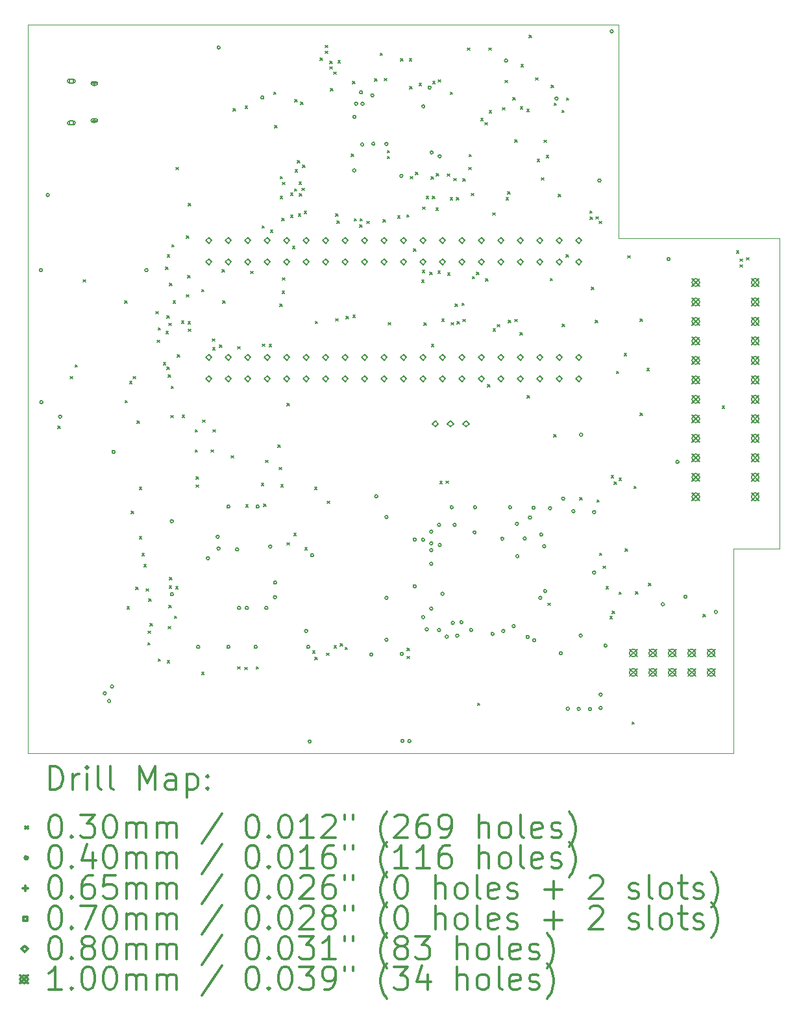
<source format=gbr>
%FSLAX45Y45*%
G04 Gerber Fmt 4.5, Leading zero omitted, Abs format (unit mm)*
G04 Created by KiCad (PCBNEW (5.1.2-1)-1) date 2020-09-17 21:50:59*
%MOMM*%
%LPD*%
G04 APERTURE LIST*
%ADD10C,0.100000*%
%ADD11C,0.200000*%
%ADD12C,0.300000*%
G04 APERTURE END LIST*
D10*
X18950000Y-14000000D02*
X9750000Y-14000000D01*
X9750000Y-14000000D02*
X9750000Y-4500000D01*
X17450000Y-4500000D02*
X9750000Y-4500000D01*
X17450000Y-7283000D02*
X17450000Y-4500000D01*
X18950000Y-11333000D02*
X18950000Y-14000000D01*
X19550000Y-11333000D02*
X18950000Y-11333000D01*
X19550000Y-7283000D02*
X19550000Y-11333000D01*
X17450000Y-7283000D02*
X19550000Y-7283000D01*
D11*
X10137930Y-9731500D02*
X10167930Y-9761500D01*
X10167930Y-9731500D02*
X10137930Y-9761500D01*
X10297820Y-9084500D02*
X10327820Y-9114500D01*
X10327820Y-9084500D02*
X10297820Y-9114500D01*
X10363060Y-8933040D02*
X10393060Y-8963040D01*
X10393060Y-8933040D02*
X10363060Y-8963040D01*
X10468950Y-7823500D02*
X10498950Y-7853500D01*
X10498950Y-7823500D02*
X10468950Y-7853500D01*
X11008460Y-8100070D02*
X11038460Y-8130070D01*
X11038460Y-8100070D02*
X11008460Y-8130070D01*
X11012460Y-9395800D02*
X11042460Y-9425800D01*
X11042460Y-9395800D02*
X11012460Y-9425800D01*
X11040910Y-12084000D02*
X11070910Y-12114000D01*
X11070910Y-12084000D02*
X11040910Y-12114000D01*
X11073480Y-9149610D02*
X11103480Y-9179610D01*
X11103480Y-9149610D02*
X11073480Y-9179610D01*
X11093520Y-10841220D02*
X11123520Y-10871220D01*
X11123520Y-10841220D02*
X11093520Y-10871220D01*
X11118680Y-9084500D02*
X11148680Y-9114500D01*
X11148680Y-9084500D02*
X11118680Y-9114500D01*
X11154080Y-11830480D02*
X11184080Y-11860480D01*
X11184080Y-11830480D02*
X11154080Y-11860480D01*
X11170020Y-9664360D02*
X11200020Y-9694360D01*
X11200020Y-9664360D02*
X11170020Y-9694360D01*
X11200530Y-10527420D02*
X11230530Y-10557420D01*
X11230530Y-10527420D02*
X11200530Y-10557420D01*
X11201740Y-11171030D02*
X11231740Y-11201030D01*
X11231740Y-11171030D02*
X11201740Y-11201030D01*
X11232250Y-11389820D02*
X11262250Y-11419820D01*
X11262250Y-11389820D02*
X11232250Y-11419820D01*
X11259830Y-11534840D02*
X11289830Y-11564840D01*
X11289830Y-11534840D02*
X11259830Y-11564840D01*
X11290340Y-11854250D02*
X11320340Y-11884250D01*
X11320340Y-11854250D02*
X11290340Y-11884250D01*
X11310150Y-12555270D02*
X11340150Y-12585270D01*
X11340150Y-12555270D02*
X11310150Y-12585270D01*
X11314460Y-12401660D02*
X11344460Y-12431660D01*
X11344460Y-12401660D02*
X11314460Y-12431660D01*
X11320850Y-11983950D02*
X11350850Y-12013950D01*
X11350850Y-11983950D02*
X11320850Y-12013950D01*
X11337520Y-12307000D02*
X11367520Y-12337000D01*
X11367520Y-12307000D02*
X11337520Y-12337000D01*
X11416390Y-8236750D02*
X11446390Y-8266750D01*
X11446390Y-8236750D02*
X11416390Y-8266750D01*
X11433560Y-8610240D02*
X11463560Y-8640240D01*
X11463560Y-8610240D02*
X11433560Y-8640240D01*
X11447170Y-12767660D02*
X11477170Y-12797660D01*
X11477170Y-12767660D02*
X11447170Y-12797660D01*
X11447250Y-8451110D02*
X11477250Y-8481110D01*
X11477250Y-8451110D02*
X11447250Y-8481110D01*
X11514890Y-8902010D02*
X11544890Y-8932010D01*
X11544890Y-8902010D02*
X11514890Y-8932010D01*
X11543670Y-7656460D02*
X11573670Y-7686460D01*
X11573670Y-7656460D02*
X11543670Y-7686460D01*
X11545910Y-8497890D02*
X11575910Y-8527890D01*
X11575910Y-8497890D02*
X11545910Y-8527890D01*
X11559570Y-8963800D02*
X11589570Y-8993800D01*
X11589570Y-8963800D02*
X11559570Y-8993800D01*
X11561790Y-8293430D02*
X11591790Y-8323430D01*
X11591790Y-8293430D02*
X11561790Y-8323430D01*
X11562530Y-7495250D02*
X11592530Y-7525250D01*
X11592530Y-7495250D02*
X11562530Y-7525250D01*
X11565730Y-12790140D02*
X11595730Y-12820140D01*
X11595730Y-12790140D02*
X11565730Y-12820140D01*
X11575910Y-9064270D02*
X11605910Y-9094270D01*
X11605910Y-9064270D02*
X11575910Y-9094270D01*
X11576070Y-12344160D02*
X11606070Y-12374160D01*
X11606070Y-12344160D02*
X11576070Y-12374160D01*
X11583010Y-8389320D02*
X11613010Y-8419320D01*
X11613010Y-8389320D02*
X11583010Y-8419320D01*
X11585840Y-12068890D02*
X11615840Y-12098890D01*
X11615840Y-12068890D02*
X11585840Y-12098890D01*
X11590170Y-11816840D02*
X11620170Y-11846840D01*
X11620170Y-11816840D02*
X11590170Y-11846840D01*
X11593180Y-7867320D02*
X11623180Y-7897320D01*
X11623180Y-7867320D02*
X11593180Y-7897320D01*
X11593970Y-11702650D02*
X11623970Y-11732650D01*
X11623970Y-11702650D02*
X11593970Y-11732650D01*
X11611430Y-9592060D02*
X11641430Y-9622060D01*
X11641430Y-9592060D02*
X11611430Y-9622060D01*
X11616040Y-9211500D02*
X11646040Y-9241500D01*
X11646040Y-9211500D02*
X11616040Y-9241500D01*
X11622190Y-7363730D02*
X11652190Y-7393730D01*
X11652190Y-7363730D02*
X11622190Y-7393730D01*
X11640400Y-8097670D02*
X11670400Y-8127670D01*
X11670400Y-8097670D02*
X11640400Y-8127670D01*
X11658760Y-12207000D02*
X11688760Y-12237000D01*
X11688760Y-12207000D02*
X11658760Y-12237000D01*
X11673090Y-11821660D02*
X11703090Y-11851660D01*
X11703090Y-11821660D02*
X11673090Y-11851660D01*
X11676480Y-6359140D02*
X11706480Y-6389140D01*
X11706480Y-6359140D02*
X11676480Y-6389140D01*
X11694510Y-8800910D02*
X11724510Y-8830910D01*
X11724510Y-8800910D02*
X11694510Y-8830910D01*
X11751650Y-8358190D02*
X11781650Y-8388190D01*
X11781650Y-8358190D02*
X11751650Y-8388190D01*
X11756860Y-9586210D02*
X11786860Y-9616210D01*
X11786860Y-9586210D02*
X11756860Y-9616210D01*
X11811470Y-8017140D02*
X11841470Y-8047140D01*
X11841470Y-8017140D02*
X11811470Y-8047140D01*
X11813460Y-7249800D02*
X11843460Y-7279800D01*
X11843460Y-7249800D02*
X11813460Y-7279800D01*
X11829170Y-7766910D02*
X11859170Y-7796910D01*
X11859170Y-7766910D02*
X11829170Y-7796910D01*
X11835620Y-8367010D02*
X11865620Y-8397010D01*
X11865620Y-8367010D02*
X11835620Y-8397010D01*
X11837650Y-6830090D02*
X11867650Y-6860090D01*
X11867650Y-6830090D02*
X11837650Y-6860090D01*
X11839020Y-8464840D02*
X11869020Y-8494840D01*
X11869020Y-8464840D02*
X11839020Y-8494840D01*
X11926120Y-10042670D02*
X11956120Y-10072670D01*
X11956120Y-10042670D02*
X11926120Y-10072670D01*
X11927180Y-9777990D02*
X11957180Y-9807990D01*
X11957180Y-9777990D02*
X11927180Y-9807990D01*
X11939820Y-10392610D02*
X11969820Y-10422610D01*
X11969820Y-10392610D02*
X11939820Y-10422610D01*
X11940570Y-10496650D02*
X11970570Y-10526650D01*
X11970570Y-10496650D02*
X11940570Y-10526650D01*
X12011320Y-12942380D02*
X12041320Y-12972380D01*
X12041320Y-12942380D02*
X12011320Y-12972380D01*
X12013950Y-7951200D02*
X12043950Y-7981200D01*
X12043950Y-7951200D02*
X12013950Y-7981200D01*
X12025320Y-9652640D02*
X12055320Y-9682640D01*
X12055320Y-9652640D02*
X12025320Y-9682640D01*
X12135000Y-10042670D02*
X12165000Y-10072670D01*
X12165000Y-10042670D02*
X12135000Y-10072670D01*
X12150640Y-8593020D02*
X12180640Y-8623020D01*
X12180640Y-8593020D02*
X12150640Y-8623020D01*
X12156960Y-8709150D02*
X12186960Y-8739150D01*
X12186960Y-8709150D02*
X12156960Y-8739150D01*
X12162570Y-9777990D02*
X12192570Y-9807990D01*
X12192570Y-9777990D02*
X12162570Y-9807990D01*
X12246750Y-8672610D02*
X12276750Y-8702610D01*
X12276750Y-8672610D02*
X12246750Y-8702610D01*
X12278590Y-7690390D02*
X12308590Y-7720390D01*
X12308590Y-7690390D02*
X12278590Y-7720390D01*
X12287380Y-8097680D02*
X12317380Y-8127680D01*
X12317380Y-8097680D02*
X12287380Y-8127680D01*
X12396980Y-10118480D02*
X12426980Y-10148480D01*
X12426980Y-10118480D02*
X12396980Y-10148480D01*
X12424750Y-5592520D02*
X12454750Y-5622520D01*
X12454750Y-5592520D02*
X12424750Y-5622520D01*
X12482140Y-12868970D02*
X12512140Y-12898970D01*
X12512140Y-12868970D02*
X12482140Y-12898970D01*
X12484120Y-8695040D02*
X12514120Y-8725040D01*
X12514120Y-8695040D02*
X12484120Y-8725040D01*
X12576870Y-12876680D02*
X12606870Y-12906680D01*
X12606870Y-12876680D02*
X12576870Y-12906680D01*
X12581431Y-5558431D02*
X12611431Y-5588431D01*
X12611431Y-5558431D02*
X12581431Y-5588431D01*
X12587070Y-10755630D02*
X12617070Y-10785630D01*
X12617070Y-10755630D02*
X12587070Y-10785630D01*
X12652960Y-7711410D02*
X12682960Y-7741410D01*
X12682960Y-7711410D02*
X12652960Y-7741410D01*
X12723050Y-12870770D02*
X12753050Y-12900770D01*
X12753050Y-12870770D02*
X12723050Y-12900770D01*
X12790150Y-10477260D02*
X12820150Y-10507260D01*
X12820150Y-10477260D02*
X12790150Y-10507260D01*
X12801760Y-7118300D02*
X12831760Y-7148300D01*
X12831760Y-7118300D02*
X12801760Y-7148300D01*
X12803050Y-8660120D02*
X12833050Y-8690120D01*
X12833050Y-8660120D02*
X12803050Y-8690120D01*
X12819460Y-10748410D02*
X12849460Y-10778410D01*
X12849460Y-10748410D02*
X12819460Y-10778410D01*
X12847530Y-10175620D02*
X12877530Y-10205620D01*
X12877530Y-10175620D02*
X12847530Y-10205620D01*
X12891420Y-8665510D02*
X12921420Y-8695510D01*
X12921420Y-8665510D02*
X12891420Y-8695510D01*
X12908580Y-7175180D02*
X12938580Y-7205180D01*
X12938580Y-7175180D02*
X12908580Y-7205180D01*
X12951000Y-5375259D02*
X12981000Y-5405259D01*
X12981000Y-5375259D02*
X12951000Y-5405259D01*
X12966210Y-5810310D02*
X12996210Y-5840310D01*
X12996210Y-5810310D02*
X12966210Y-5840310D01*
X13008490Y-9978750D02*
X13038490Y-10008750D01*
X13038490Y-9978750D02*
X13008490Y-10008750D01*
X13026210Y-10268930D02*
X13056210Y-10298930D01*
X13056210Y-10268930D02*
X13026210Y-10298930D01*
X13033760Y-8139170D02*
X13063760Y-8169170D01*
X13063760Y-8139170D02*
X13033760Y-8169170D01*
X13035570Y-6478300D02*
X13065570Y-6508300D01*
X13065570Y-6478300D02*
X13035570Y-6508300D01*
X13035570Y-6734840D02*
X13065570Y-6764840D01*
X13065570Y-6734840D02*
X13035570Y-6764840D01*
X13047470Y-10495760D02*
X13077470Y-10525760D01*
X13077470Y-10495760D02*
X13047470Y-10525760D01*
X13060150Y-7023380D02*
X13090150Y-7053380D01*
X13090150Y-7023380D02*
X13060150Y-7053380D01*
X13062650Y-7972360D02*
X13092650Y-8002360D01*
X13092650Y-7972360D02*
X13062650Y-8002360D01*
X13066080Y-6553580D02*
X13096080Y-6583580D01*
X13096080Y-6553580D02*
X13066080Y-6583580D01*
X13066960Y-7798990D02*
X13096960Y-7828990D01*
X13096960Y-7798990D02*
X13066960Y-7828990D01*
X13123790Y-9436360D02*
X13153790Y-9466360D01*
X13153790Y-9436360D02*
X13123790Y-9466360D01*
X13127720Y-11252700D02*
X13157720Y-11282700D01*
X13157720Y-11252700D02*
X13127720Y-11282700D01*
X13171870Y-6694070D02*
X13201870Y-6724070D01*
X13201870Y-6694070D02*
X13171870Y-6724070D01*
X13173070Y-6982640D02*
X13203070Y-7012640D01*
X13203070Y-6982640D02*
X13173070Y-7012640D01*
X13199000Y-7387480D02*
X13229000Y-7417480D01*
X13229000Y-7387480D02*
X13199000Y-7417480D01*
X13212980Y-11130890D02*
X13242980Y-11160890D01*
X13242980Y-11130890D02*
X13212980Y-11160890D01*
X13222300Y-6638030D02*
X13252300Y-6668030D01*
X13252300Y-6638030D02*
X13222300Y-6668030D01*
X13226000Y-5473000D02*
X13256000Y-5503000D01*
X13256000Y-5473000D02*
X13226000Y-5503000D01*
X13230106Y-6389219D02*
X13260106Y-6419219D01*
X13260106Y-6389219D02*
X13230106Y-6419219D01*
X13260000Y-6271000D02*
X13290000Y-6301000D01*
X13290000Y-6271000D02*
X13260000Y-6301000D01*
X13274270Y-6961850D02*
X13304270Y-6991850D01*
X13304270Y-6961850D02*
X13274270Y-6991850D01*
X13283980Y-6550070D02*
X13313980Y-6580070D01*
X13313980Y-6550070D02*
X13283980Y-6580070D01*
X13285980Y-6701190D02*
X13315980Y-6731190D01*
X13315980Y-6701190D02*
X13285980Y-6731190D01*
X13305000Y-5507000D02*
X13335000Y-5537000D01*
X13335000Y-5507000D02*
X13305000Y-5537000D01*
X13319530Y-6628270D02*
X13349530Y-6658270D01*
X13349530Y-6628270D02*
X13319530Y-6658270D01*
X13330380Y-6326516D02*
X13360380Y-6356516D01*
X13360380Y-6326516D02*
X13330380Y-6356516D01*
X13349550Y-6931480D02*
X13379550Y-6961480D01*
X13379550Y-6931480D02*
X13349550Y-6961480D01*
X13358220Y-11314850D02*
X13388220Y-11344850D01*
X13388220Y-11314850D02*
X13358220Y-11344850D01*
X13459520Y-12661300D02*
X13489520Y-12691300D01*
X13489520Y-12661300D02*
X13459520Y-12691300D01*
X13487100Y-10526650D02*
X13517100Y-10556650D01*
X13517100Y-10526650D02*
X13487100Y-10556650D01*
X13491420Y-12744520D02*
X13521420Y-12774520D01*
X13521420Y-12744520D02*
X13491420Y-12774520D01*
X13493120Y-8366050D02*
X13523120Y-8396050D01*
X13523120Y-8366050D02*
X13493120Y-8396050D01*
X13559000Y-4931000D02*
X13589000Y-4961000D01*
X13589000Y-4931000D02*
X13559000Y-4961000D01*
X13624620Y-4767342D02*
X13654620Y-4797342D01*
X13654620Y-4767342D02*
X13624620Y-4797342D01*
X13626758Y-4842553D02*
X13656758Y-4872553D01*
X13656758Y-4842553D02*
X13626758Y-4872553D01*
X13642380Y-12690970D02*
X13672380Y-12720970D01*
X13672380Y-12690970D02*
X13642380Y-12720970D01*
X13652750Y-10710810D02*
X13682750Y-10740810D01*
X13682750Y-10710810D02*
X13652750Y-10740810D01*
X13684233Y-5047522D02*
X13714233Y-5077522D01*
X13714233Y-5047522D02*
X13684233Y-5077522D01*
X13684234Y-4972281D02*
X13714234Y-5002281D01*
X13714234Y-4972281D02*
X13684234Y-5002281D01*
X13691900Y-5331560D02*
X13721900Y-5361560D01*
X13721900Y-5331560D02*
X13691900Y-5361560D01*
X13737094Y-5112000D02*
X13767094Y-5142000D01*
X13767094Y-5112000D02*
X13737094Y-5142000D01*
X13740490Y-12592390D02*
X13770490Y-12622390D01*
X13770490Y-12592390D02*
X13740490Y-12622390D01*
X13758990Y-8332620D02*
X13788990Y-8362620D01*
X13788990Y-8332620D02*
X13758990Y-8362620D01*
X13760360Y-6961680D02*
X13790360Y-6991680D01*
X13790360Y-6961680D02*
X13760360Y-6991680D01*
X13779360Y-7057170D02*
X13809360Y-7087170D01*
X13809360Y-7057170D02*
X13779360Y-7087170D01*
X13789955Y-4964762D02*
X13819955Y-4994762D01*
X13819955Y-4964762D02*
X13789955Y-4994762D01*
X13821110Y-12570120D02*
X13851110Y-12600120D01*
X13851110Y-12570120D02*
X13821110Y-12600120D01*
X13883350Y-12615890D02*
X13913350Y-12645890D01*
X13913350Y-12615890D02*
X13883350Y-12645890D01*
X13894580Y-8302110D02*
X13924580Y-8332110D01*
X13924580Y-8302110D02*
X13894580Y-8332110D01*
X13963770Y-6186550D02*
X13993770Y-6216550D01*
X13993770Y-6186550D02*
X13963770Y-6216550D01*
X13979000Y-5234000D02*
X14009000Y-5264000D01*
X14009000Y-5234000D02*
X13979000Y-5264000D01*
X13984700Y-8283410D02*
X14014700Y-8313410D01*
X14014700Y-8283410D02*
X13984700Y-8313410D01*
X14003750Y-7028310D02*
X14033750Y-7058310D01*
X14033750Y-7028310D02*
X14003750Y-7058310D01*
X14073240Y-7108770D02*
X14103240Y-7138770D01*
X14103240Y-7108770D02*
X14073240Y-7138770D01*
X14079030Y-7028310D02*
X14109030Y-7058310D01*
X14109030Y-7028310D02*
X14079030Y-7058310D01*
X14168690Y-7060700D02*
X14198690Y-7090700D01*
X14198690Y-7060700D02*
X14168690Y-7090700D01*
X14267340Y-5203850D02*
X14297340Y-5233850D01*
X14297340Y-5203850D02*
X14267340Y-5233850D01*
X14339490Y-4866510D02*
X14369490Y-4896510D01*
X14369490Y-4866510D02*
X14339490Y-4896510D01*
X14376840Y-7039040D02*
X14406840Y-7069040D01*
X14406840Y-7039040D02*
X14376840Y-7069040D01*
X14396520Y-5196510D02*
X14426520Y-5226510D01*
X14426520Y-5196510D02*
X14396520Y-5226510D01*
X14433000Y-6214000D02*
X14463000Y-6244000D01*
X14463000Y-6214000D02*
X14433000Y-6244000D01*
X14435000Y-6137000D02*
X14465000Y-6167000D01*
X14465000Y-6137000D02*
X14435000Y-6167000D01*
X14447910Y-8382120D02*
X14477910Y-8412120D01*
X14477910Y-8382120D02*
X14447910Y-8412120D01*
X14569450Y-6986730D02*
X14599450Y-7016730D01*
X14599450Y-6986730D02*
X14569450Y-7016730D01*
X14606230Y-4941710D02*
X14636230Y-4971710D01*
X14636230Y-4941710D02*
X14606230Y-4971710D01*
X14687160Y-6975040D02*
X14717160Y-7005040D01*
X14717160Y-6975040D02*
X14687160Y-7005040D01*
X14692610Y-12733470D02*
X14722610Y-12763470D01*
X14722610Y-12733470D02*
X14692610Y-12763470D01*
X14693450Y-12625650D02*
X14723450Y-12655650D01*
X14723450Y-12625650D02*
X14693450Y-12655650D01*
X14722380Y-4938990D02*
X14752380Y-4968990D01*
X14752380Y-4938990D02*
X14722380Y-4968990D01*
X14728210Y-5304260D02*
X14758210Y-5334260D01*
X14758210Y-5304260D02*
X14728210Y-5334260D01*
X14733490Y-6476380D02*
X14763490Y-6506380D01*
X14763490Y-6476380D02*
X14733490Y-6506380D01*
X14778600Y-7419490D02*
X14808600Y-7449490D01*
X14808600Y-7419490D02*
X14778600Y-7449490D01*
X14802540Y-6422070D02*
X14832540Y-6452070D01*
X14832540Y-6422070D02*
X14802540Y-6452070D01*
X14849290Y-5261350D02*
X14879290Y-5291350D01*
X14879290Y-5261350D02*
X14849290Y-5291350D01*
X14883580Y-7825550D02*
X14913580Y-7855550D01*
X14913580Y-7825550D02*
X14883580Y-7855550D01*
X14889980Y-7702200D02*
X14919980Y-7732200D01*
X14919980Y-7702200D02*
X14889980Y-7732200D01*
X14893910Y-6873610D02*
X14923910Y-6903610D01*
X14923910Y-6873610D02*
X14893910Y-6903610D01*
X14914770Y-8384050D02*
X14944770Y-8414050D01*
X14944770Y-8384050D02*
X14914770Y-8414050D01*
X14941570Y-6734780D02*
X14971570Y-6764780D01*
X14971570Y-6734780D02*
X14941570Y-6764780D01*
X14990490Y-7725610D02*
X15020490Y-7755610D01*
X15020490Y-7725610D02*
X14990490Y-7755610D01*
X15007310Y-6479120D02*
X15037310Y-6509120D01*
X15037310Y-6479120D02*
X15007310Y-6509120D01*
X15009500Y-8666570D02*
X15039500Y-8696570D01*
X15039500Y-8666570D02*
X15009500Y-8696570D01*
X15023000Y-6734780D02*
X15053000Y-6764780D01*
X15053000Y-6734780D02*
X15023000Y-6764780D01*
X15024912Y-5235074D02*
X15054912Y-5265074D01*
X15054912Y-5235074D02*
X15024912Y-5265074D01*
X15069570Y-6885960D02*
X15099570Y-6915960D01*
X15099570Y-6885960D02*
X15069570Y-6915960D01*
X15072390Y-6437720D02*
X15102390Y-6467720D01*
X15102390Y-6437720D02*
X15072390Y-6467720D01*
X15092730Y-7708220D02*
X15122730Y-7738220D01*
X15122730Y-7708220D02*
X15092730Y-7738220D01*
X15097759Y-5216244D02*
X15127759Y-5246244D01*
X15127759Y-5216244D02*
X15097759Y-5246244D01*
X15121450Y-10450400D02*
X15151450Y-10480400D01*
X15151450Y-10450400D02*
X15121450Y-10480400D01*
X15144820Y-8337240D02*
X15174820Y-8367240D01*
X15174820Y-8337240D02*
X15144820Y-8367240D01*
X15198130Y-10448530D02*
X15228130Y-10478530D01*
X15228130Y-10448530D02*
X15198130Y-10478530D01*
X15218130Y-6441430D02*
X15248130Y-6471430D01*
X15248130Y-6441430D02*
X15218130Y-6471430D01*
X15221960Y-7731650D02*
X15251960Y-7761650D01*
X15251960Y-7731650D02*
X15221960Y-7761650D01*
X15254400Y-5374620D02*
X15284400Y-5404620D01*
X15284400Y-5374620D02*
X15254400Y-5404620D01*
X15255280Y-6753480D02*
X15285280Y-6783480D01*
X15285280Y-6753480D02*
X15255280Y-6783480D01*
X15267210Y-8380140D02*
X15297210Y-8410140D01*
X15297210Y-8380140D02*
X15267210Y-8410140D01*
X15302570Y-6502150D02*
X15332570Y-6532150D01*
X15332570Y-6502150D02*
X15302570Y-6532150D01*
X15319560Y-8138750D02*
X15349560Y-8168750D01*
X15349560Y-8138750D02*
X15319560Y-8168750D01*
X15335410Y-6750230D02*
X15365410Y-6780230D01*
X15365410Y-6750230D02*
X15335410Y-6780230D01*
X15346530Y-8370670D02*
X15376530Y-8400670D01*
X15376530Y-8370670D02*
X15346530Y-8400670D01*
X15408200Y-8128240D02*
X15438200Y-8158240D01*
X15438200Y-8128240D02*
X15408200Y-8158240D01*
X15420640Y-6508120D02*
X15450640Y-6538120D01*
X15450640Y-6508120D02*
X15420640Y-6538120D01*
X15421810Y-8340160D02*
X15451810Y-8370160D01*
X15451810Y-8340160D02*
X15421810Y-8370160D01*
X15478000Y-4802000D02*
X15508000Y-4832000D01*
X15508000Y-4802000D02*
X15478000Y-4832000D01*
X15498270Y-6357770D02*
X15528270Y-6387770D01*
X15528270Y-6357770D02*
X15498270Y-6387770D01*
X15499150Y-6188000D02*
X15529150Y-6218000D01*
X15529150Y-6188000D02*
X15499150Y-6218000D01*
X15531030Y-6697340D02*
X15561030Y-6727340D01*
X15561030Y-6697340D02*
X15531030Y-6727340D01*
X15542910Y-7778680D02*
X15572910Y-7808680D01*
X15572910Y-7778680D02*
X15542910Y-7808680D01*
X15596000Y-7725160D02*
X15626000Y-7755160D01*
X15626000Y-7725160D02*
X15596000Y-7755160D01*
X15611760Y-13341930D02*
X15641760Y-13371930D01*
X15641760Y-13341930D02*
X15611760Y-13371930D01*
X15653860Y-5719790D02*
X15683860Y-5749790D01*
X15683860Y-5719790D02*
X15653860Y-5749790D01*
X15710050Y-5772700D02*
X15740050Y-5802700D01*
X15740050Y-5772700D02*
X15710050Y-5802700D01*
X15716720Y-7808700D02*
X15746720Y-7838700D01*
X15746720Y-7808700D02*
X15716720Y-7838700D01*
X15744450Y-9190390D02*
X15774450Y-9220390D01*
X15774450Y-9190390D02*
X15744450Y-9220390D01*
X15757000Y-4802000D02*
X15787000Y-4832000D01*
X15787000Y-4802000D02*
X15757000Y-4832000D01*
X15762940Y-5617350D02*
X15792940Y-5647350D01*
X15792940Y-5617350D02*
X15762940Y-5647350D01*
X15811660Y-6950810D02*
X15841660Y-6980810D01*
X15841660Y-6950810D02*
X15811660Y-6980810D01*
X15813140Y-8459810D02*
X15843140Y-8489810D01*
X15843140Y-8459810D02*
X15813140Y-8489810D01*
X15867500Y-8406920D02*
X15897500Y-8436920D01*
X15897500Y-8406920D02*
X15867500Y-8436920D01*
X15938940Y-5579960D02*
X15968940Y-5609960D01*
X15968940Y-5579960D02*
X15938940Y-5609960D01*
X15970230Y-5222880D02*
X16000230Y-5252880D01*
X16000230Y-5222880D02*
X15970230Y-5252880D01*
X15984820Y-6752290D02*
X16014820Y-6782290D01*
X16014820Y-6752290D02*
X15984820Y-6782290D01*
X16003080Y-6675830D02*
X16033080Y-6705830D01*
X16033080Y-6675830D02*
X16003080Y-6705830D01*
X16012400Y-8352300D02*
X16042400Y-8382300D01*
X16042400Y-8352300D02*
X16012400Y-8382300D01*
X16070570Y-5450130D02*
X16100570Y-5480130D01*
X16100570Y-5450130D02*
X16070570Y-5480130D01*
X16097810Y-8339340D02*
X16127810Y-8369340D01*
X16127810Y-8339340D02*
X16097810Y-8369340D01*
X16100000Y-5996000D02*
X16130000Y-6026000D01*
X16130000Y-5996000D02*
X16100000Y-6026000D01*
X16167430Y-8511120D02*
X16197430Y-8541120D01*
X16197430Y-8511120D02*
X16167430Y-8541120D01*
X16169380Y-5565860D02*
X16199380Y-5595860D01*
X16199380Y-5565860D02*
X16169380Y-5595860D01*
X16178000Y-5016000D02*
X16208000Y-5046000D01*
X16208000Y-5016000D02*
X16178000Y-5046000D01*
X16255580Y-5599850D02*
X16285580Y-5629850D01*
X16285580Y-5599850D02*
X16255580Y-5629850D01*
X16256930Y-9334180D02*
X16286930Y-9364180D01*
X16286930Y-9334180D02*
X16256930Y-9364180D01*
X16284000Y-4637000D02*
X16314000Y-4667000D01*
X16314000Y-4637000D02*
X16284000Y-4667000D01*
X16369000Y-5191000D02*
X16399000Y-5221000D01*
X16399000Y-5191000D02*
X16369000Y-5221000D01*
X16390000Y-6253000D02*
X16420000Y-6283000D01*
X16420000Y-6253000D02*
X16390000Y-6283000D01*
X16447080Y-6493860D02*
X16477080Y-6523860D01*
X16477080Y-6493860D02*
X16447080Y-6523860D01*
X16479000Y-6001000D02*
X16509000Y-6031000D01*
X16509000Y-6001000D02*
X16479000Y-6031000D01*
X16506800Y-6200140D02*
X16536800Y-6230140D01*
X16536800Y-6200140D02*
X16506800Y-6230140D01*
X16531030Y-12037370D02*
X16561030Y-12067370D01*
X16561030Y-12037370D02*
X16531030Y-12067370D01*
X16558070Y-7805080D02*
X16588070Y-7835080D01*
X16588070Y-7805080D02*
X16558070Y-7835080D01*
X16572830Y-5288780D02*
X16602830Y-5318780D01*
X16602830Y-5288780D02*
X16572830Y-5318780D01*
X16606750Y-9843970D02*
X16636750Y-9873970D01*
X16636750Y-9843970D02*
X16606750Y-9873970D01*
X16611100Y-5519330D02*
X16641100Y-5549330D01*
X16641100Y-5519330D02*
X16611100Y-5549330D01*
X16665640Y-6709260D02*
X16695640Y-6739260D01*
X16695640Y-6709260D02*
X16665640Y-6739260D01*
X16710680Y-5612920D02*
X16740680Y-5642920D01*
X16740680Y-5612920D02*
X16710680Y-5642920D01*
X16718130Y-8402530D02*
X16748130Y-8432530D01*
X16748130Y-8402530D02*
X16718130Y-8432530D01*
X16764390Y-7498390D02*
X16794390Y-7528390D01*
X16794390Y-7498390D02*
X16764390Y-7528390D01*
X16770000Y-5451000D02*
X16800000Y-5481000D01*
X16800000Y-5451000D02*
X16770000Y-5481000D01*
X16945538Y-10665259D02*
X16975538Y-10695259D01*
X16975538Y-10665259D02*
X16945538Y-10695259D01*
X17075879Y-6924341D02*
X17105879Y-6954341D01*
X17105879Y-6924341D02*
X17075879Y-6954341D01*
X17078000Y-7004000D02*
X17108000Y-7034000D01*
X17108000Y-7004000D02*
X17078000Y-7034000D01*
X17095260Y-7920930D02*
X17125260Y-7950930D01*
X17125260Y-7920930D02*
X17095260Y-7950930D01*
X17147760Y-8353010D02*
X17177760Y-8383010D01*
X17177760Y-8353010D02*
X17147760Y-8383010D01*
X17154000Y-7000490D02*
X17184000Y-7030490D01*
X17184000Y-7000490D02*
X17154000Y-7030490D01*
X17169139Y-10694000D02*
X17199139Y-10724000D01*
X17199139Y-10694000D02*
X17169139Y-10724000D01*
X17196758Y-7062400D02*
X17226758Y-7092400D01*
X17226758Y-7062400D02*
X17196758Y-7092400D01*
X17202000Y-11388000D02*
X17232000Y-11418000D01*
X17232000Y-11388000D02*
X17202000Y-11418000D01*
X17247000Y-11555000D02*
X17277000Y-11585000D01*
X17277000Y-11555000D02*
X17247000Y-11585000D01*
X17286000Y-11821100D02*
X17316000Y-11851100D01*
X17316000Y-11821100D02*
X17286000Y-11851100D01*
X17338900Y-12214000D02*
X17368900Y-12244000D01*
X17368900Y-12214000D02*
X17338900Y-12244000D01*
X17354180Y-10376180D02*
X17384180Y-10406180D01*
X17384180Y-10376180D02*
X17354180Y-10406180D01*
X17369300Y-12143000D02*
X17399300Y-12173000D01*
X17399300Y-12143000D02*
X17369300Y-12173000D01*
X17393920Y-10457960D02*
X17423920Y-10487960D01*
X17423920Y-10457960D02*
X17393920Y-10487960D01*
X17423380Y-9016550D02*
X17453380Y-9046550D01*
X17453380Y-9016550D02*
X17423380Y-9046550D01*
X17456820Y-10407990D02*
X17486820Y-10437990D01*
X17486820Y-10407990D02*
X17456820Y-10437990D01*
X17457000Y-11894300D02*
X17487000Y-11924300D01*
X17487000Y-11894300D02*
X17457000Y-11924300D01*
X17525530Y-8785980D02*
X17555530Y-8815980D01*
X17555530Y-8785980D02*
X17525530Y-8815980D01*
X17534940Y-11331060D02*
X17564940Y-11361060D01*
X17564940Y-11331060D02*
X17534940Y-11361060D01*
X17569000Y-7508140D02*
X17599000Y-7538140D01*
X17599000Y-7508140D02*
X17569000Y-7538140D01*
X17627000Y-13586840D02*
X17657000Y-13616840D01*
X17657000Y-13586840D02*
X17627000Y-13616840D01*
X17652780Y-10516480D02*
X17682780Y-10546480D01*
X17682780Y-10516480D02*
X17652780Y-10546480D01*
X17671678Y-11889000D02*
X17701678Y-11919000D01*
X17701678Y-11889000D02*
X17671678Y-11919000D01*
X17730970Y-8335170D02*
X17760970Y-8365170D01*
X17760970Y-8335170D02*
X17730970Y-8365170D01*
X17730970Y-9561090D02*
X17760970Y-9591090D01*
X17760970Y-9561090D02*
X17730970Y-9591090D01*
X17822690Y-8979210D02*
X17852690Y-9009210D01*
X17852690Y-8979210D02*
X17822690Y-9009210D01*
X17841000Y-11782839D02*
X17871000Y-11812839D01*
X17871000Y-11782839D02*
X17841000Y-11812839D01*
X18554000Y-12189000D02*
X18584000Y-12219000D01*
X18584000Y-12189000D02*
X18554000Y-12219000D01*
X18801190Y-9470570D02*
X18831190Y-9500570D01*
X18831190Y-9470570D02*
X18801190Y-9500570D01*
X18990959Y-7445243D02*
X19020959Y-7475243D01*
X19020959Y-7445243D02*
X18990959Y-7475243D01*
X19035861Y-7626202D02*
X19065861Y-7656202D01*
X19065861Y-7626202D02*
X19035861Y-7656202D01*
X19035900Y-7550961D02*
X19065900Y-7580961D01*
X19065900Y-7550961D02*
X19035900Y-7580961D01*
X19121000Y-7534000D02*
X19151000Y-7564000D01*
X19151000Y-7534000D02*
X19121000Y-7564000D01*
X9937000Y-7698000D02*
G75*
G03X9937000Y-7698000I-20000J0D01*
G01*
X9942000Y-9420000D02*
G75*
G03X9942000Y-9420000I-20000J0D01*
G01*
X10025000Y-6719000D02*
G75*
G03X10025000Y-6719000I-20000J0D01*
G01*
X10186000Y-9608000D02*
G75*
G03X10186000Y-9608000I-20000J0D01*
G01*
X10769000Y-13215000D02*
G75*
G03X10769000Y-13215000I-20000J0D01*
G01*
X10825000Y-13317000D02*
G75*
G03X10825000Y-13317000I-20000J0D01*
G01*
X10863000Y-13127000D02*
G75*
G03X10863000Y-13127000I-20000J0D01*
G01*
X10882000Y-10068000D02*
G75*
G03X10882000Y-10068000I-20000J0D01*
G01*
X11312000Y-7699000D02*
G75*
G03X11312000Y-7699000I-20000J0D01*
G01*
X11643500Y-10972200D02*
G75*
G03X11643500Y-10972200I-20000J0D01*
G01*
X11643500Y-11924700D02*
G75*
G03X11643500Y-11924700I-20000J0D01*
G01*
X11986400Y-12610500D02*
G75*
G03X11986400Y-12610500I-20000J0D01*
G01*
X12113400Y-11454800D02*
G75*
G03X12113400Y-11454800I-20000J0D01*
G01*
X12240400Y-11175400D02*
G75*
G03X12240400Y-11175400I-20000J0D01*
G01*
X12253100Y-11327800D02*
G75*
G03X12253100Y-11327800I-20000J0D01*
G01*
X12253500Y-4797000D02*
G75*
G03X12253500Y-4797000I-20000J0D01*
G01*
X12380100Y-10781700D02*
G75*
G03X12380100Y-10781700I-20000J0D01*
G01*
X12380100Y-12610500D02*
G75*
G03X12380100Y-12610500I-20000J0D01*
G01*
X12494400Y-11340500D02*
G75*
G03X12494400Y-11340500I-20000J0D01*
G01*
X12519800Y-12102500D02*
G75*
G03X12519800Y-12102500I-20000J0D01*
G01*
X12621400Y-12102500D02*
G75*
G03X12621400Y-12102500I-20000J0D01*
G01*
X12735700Y-12610500D02*
G75*
G03X12735700Y-12610500I-20000J0D01*
G01*
X12761100Y-10781700D02*
G75*
G03X12761100Y-10781700I-20000J0D01*
G01*
X12824490Y-5447030D02*
G75*
G03X12824490Y-5447030I-20000J0D01*
G01*
X12875400Y-12102500D02*
G75*
G03X12875400Y-12102500I-20000J0D01*
G01*
X12926200Y-11302400D02*
G75*
G03X12926200Y-11302400I-20000J0D01*
G01*
X12989700Y-11772300D02*
G75*
G03X12989700Y-11772300I-20000J0D01*
G01*
X12989700Y-11962800D02*
G75*
G03X12989700Y-11962800I-20000J0D01*
G01*
X13395000Y-12402000D02*
G75*
G03X13395000Y-12402000I-20000J0D01*
G01*
X13421500Y-12610500D02*
G75*
G03X13421500Y-12610500I-20000J0D01*
G01*
X13442000Y-13843200D02*
G75*
G03X13442000Y-13843200I-20000J0D01*
G01*
X13472300Y-11416700D02*
G75*
G03X13472300Y-11416700I-20000J0D01*
G01*
X14023000Y-6398000D02*
G75*
G03X14023000Y-6398000I-20000J0D01*
G01*
X14026000Y-5699000D02*
G75*
G03X14026000Y-5699000I-20000J0D01*
G01*
X14048000Y-5528000D02*
G75*
G03X14048000Y-5528000I-20000J0D01*
G01*
X14111119Y-5379082D02*
G75*
G03X14111119Y-5379082I-20000J0D01*
G01*
X14126600Y-6059360D02*
G75*
G03X14126600Y-6059360I-20000J0D01*
G01*
X14130000Y-5529000D02*
G75*
G03X14130000Y-5529000I-20000J0D01*
G01*
X14245000Y-12710000D02*
G75*
G03X14245000Y-12710000I-20000J0D01*
G01*
X14259000Y-5419000D02*
G75*
G03X14259000Y-5419000I-20000J0D01*
G01*
X14271000Y-6050000D02*
G75*
G03X14271000Y-6050000I-20000J0D01*
G01*
X14310000Y-10647000D02*
G75*
G03X14310000Y-10647000I-20000J0D01*
G01*
X14442700Y-10918100D02*
G75*
G03X14442700Y-10918100I-20000J0D01*
G01*
X14442700Y-11972200D02*
G75*
G03X14442700Y-11972200I-20000J0D01*
G01*
X14442700Y-12518300D02*
G75*
G03X14442700Y-12518300I-20000J0D01*
G01*
X14443000Y-6052000D02*
G75*
G03X14443000Y-6052000I-20000J0D01*
G01*
X14637000Y-6469000D02*
G75*
G03X14637000Y-6469000I-20000J0D01*
G01*
X14644000Y-12702000D02*
G75*
G03X14644000Y-12702000I-20000J0D01*
G01*
X14651000Y-13838000D02*
G75*
G03X14651000Y-13838000I-20000J0D01*
G01*
X14742000Y-13840000D02*
G75*
G03X14742000Y-13840000I-20000J0D01*
G01*
X14811000Y-11210200D02*
G75*
G03X14811000Y-11210200I-20000J0D01*
G01*
X14811000Y-11819800D02*
G75*
G03X14811000Y-11819800I-20000J0D01*
G01*
X14920600Y-11214900D02*
G75*
G03X14920600Y-11214900I-20000J0D01*
G01*
X14922200Y-12223100D02*
G75*
G03X14922200Y-12223100I-20000J0D01*
G01*
X14922999Y-5562001D02*
G75*
G03X14922999Y-5562001I-20000J0D01*
G01*
X14968900Y-12382100D02*
G75*
G03X14968900Y-12382100I-20000J0D01*
G01*
X15005000Y-5318000D02*
G75*
G03X15005000Y-5318000I-20000J0D01*
G01*
X15026900Y-11108600D02*
G75*
G03X15026900Y-11108600I-20000J0D01*
G01*
X15026900Y-11261000D02*
G75*
G03X15026900Y-11261000I-20000J0D01*
G01*
X15026900Y-11349900D02*
G75*
G03X15026900Y-11349900I-20000J0D01*
G01*
X15026900Y-11527700D02*
G75*
G03X15026900Y-11527700I-20000J0D01*
G01*
X15026900Y-12111900D02*
G75*
G03X15026900Y-12111900I-20000J0D01*
G01*
X15032000Y-6163000D02*
G75*
G03X15032000Y-6163000I-20000J0D01*
G01*
X15128500Y-11019700D02*
G75*
G03X15128500Y-11019700I-20000J0D01*
G01*
X15128500Y-12391300D02*
G75*
G03X15128500Y-12391300I-20000J0D01*
G01*
X15136082Y-6213091D02*
G75*
G03X15136082Y-6213091I-20000J0D01*
G01*
X15138000Y-11283000D02*
G75*
G03X15138000Y-11283000I-20000J0D01*
G01*
X15173800Y-11918200D02*
G75*
G03X15173800Y-11918200I-20000J0D01*
G01*
X15229000Y-12477000D02*
G75*
G03X15229000Y-12477000I-20000J0D01*
G01*
X15293600Y-10791100D02*
G75*
G03X15293600Y-10791100I-20000J0D01*
G01*
X15308200Y-12297200D02*
G75*
G03X15308200Y-12297200I-20000J0D01*
G01*
X15331700Y-11019700D02*
G75*
G03X15331700Y-11019700I-20000J0D01*
G01*
X15365900Y-12463900D02*
G75*
G03X15365900Y-12463900I-20000J0D01*
G01*
X15420600Y-12289700D02*
G75*
G03X15420600Y-12289700I-20000J0D01*
G01*
X15547600Y-12391300D02*
G75*
G03X15547600Y-12391300I-20000J0D01*
G01*
X15591000Y-11116000D02*
G75*
G03X15591000Y-11116000I-20000J0D01*
G01*
X15598400Y-10791100D02*
G75*
G03X15598400Y-10791100I-20000J0D01*
G01*
X15827000Y-12442100D02*
G75*
G03X15827000Y-12442100I-20000J0D01*
G01*
X15954000Y-11201000D02*
G75*
G03X15954000Y-11201000I-20000J0D01*
G01*
X15966700Y-12404000D02*
G75*
G03X15966700Y-12404000I-20000J0D01*
G01*
X16004000Y-4966000D02*
G75*
G03X16004000Y-4966000I-20000J0D01*
G01*
X16055600Y-10791100D02*
G75*
G03X16055600Y-10791100I-20000J0D01*
G01*
X16102900Y-12340500D02*
G75*
G03X16102900Y-12340500I-20000J0D01*
G01*
X16144500Y-11007000D02*
G75*
G03X16144500Y-11007000I-20000J0D01*
G01*
X16150000Y-11429000D02*
G75*
G03X16150000Y-11429000I-20000J0D01*
G01*
X16246100Y-11197500D02*
G75*
G03X16246100Y-11197500I-20000J0D01*
G01*
X16284200Y-12480200D02*
G75*
G03X16284200Y-12480200I-20000J0D01*
G01*
X16314600Y-10923100D02*
G75*
G03X16314600Y-10923100I-20000J0D01*
G01*
X16362300Y-10797400D02*
G75*
G03X16362300Y-10797400I-20000J0D01*
G01*
X16370200Y-12522800D02*
G75*
G03X16370200Y-12522800I-20000J0D01*
G01*
X16449300Y-11972200D02*
G75*
G03X16449300Y-11972200I-20000J0D01*
G01*
X16462000Y-11146700D02*
G75*
G03X16462000Y-11146700I-20000J0D01*
G01*
X16500100Y-11299100D02*
G75*
G03X16500100Y-11299100I-20000J0D01*
G01*
X16512800Y-11883300D02*
G75*
G03X16512800Y-11883300I-20000J0D01*
G01*
X16576300Y-10803800D02*
G75*
G03X16576300Y-10803800I-20000J0D01*
G01*
X16660000Y-5460170D02*
G75*
G03X16660000Y-5460170I-20000J0D01*
G01*
X16718000Y-12694000D02*
G75*
G03X16718000Y-12694000I-20000J0D01*
G01*
X16748000Y-10677000D02*
G75*
G03X16748000Y-10677000I-20000J0D01*
G01*
X16808000Y-13417000D02*
G75*
G03X16808000Y-13417000I-20000J0D01*
G01*
X16881200Y-10842000D02*
G75*
G03X16881200Y-10842000I-20000J0D01*
G01*
X16951000Y-13419000D02*
G75*
G03X16951000Y-13419000I-20000J0D01*
G01*
X16976000Y-12462000D02*
G75*
G03X16976000Y-12462000I-20000J0D01*
G01*
X16982000Y-9844000D02*
G75*
G03X16982000Y-9844000I-20000J0D01*
G01*
X17099000Y-13421000D02*
G75*
G03X17099000Y-13421000I-20000J0D01*
G01*
X17151000Y-11641000D02*
G75*
G03X17151000Y-11641000I-20000J0D01*
G01*
X17152000Y-10853000D02*
G75*
G03X17152000Y-10853000I-20000J0D01*
G01*
X17220000Y-6529000D02*
G75*
G03X17220000Y-6529000I-20000J0D01*
G01*
X17236000Y-13232500D02*
G75*
G03X17236000Y-13232500I-20000J0D01*
G01*
X17236000Y-13407500D02*
G75*
G03X17236000Y-13407500I-20000J0D01*
G01*
X17300200Y-12594500D02*
G75*
G03X17300200Y-12594500I-20000J0D01*
G01*
X17381000Y-4584000D02*
G75*
G03X17381000Y-4584000I-20000J0D01*
G01*
X18047600Y-12054080D02*
G75*
G03X18047600Y-12054080I-20000J0D01*
G01*
X18122000Y-7554000D02*
G75*
G03X18122000Y-7554000I-20000J0D01*
G01*
X18237930Y-10198800D02*
G75*
G03X18237930Y-10198800I-20000J0D01*
G01*
X18343000Y-11956000D02*
G75*
G03X18343000Y-11956000I-20000J0D01*
G01*
X18740600Y-12155000D02*
G75*
G03X18740600Y-12155000I-20000J0D01*
G01*
X10612500Y-5231000D02*
X10612500Y-5296000D01*
X10580000Y-5263500D02*
X10645000Y-5263500D01*
X10592500Y-5286000D02*
X10632500Y-5286000D01*
X10592500Y-5241000D02*
X10632500Y-5241000D01*
X10632500Y-5286000D02*
G75*
G03X10632500Y-5241000I0J22500D01*
G01*
X10592500Y-5241000D02*
G75*
G03X10592500Y-5286000I0J-22500D01*
G01*
X10612500Y-5715000D02*
X10612500Y-5780000D01*
X10580000Y-5747500D02*
X10645000Y-5747500D01*
X10592500Y-5770000D02*
X10632500Y-5770000D01*
X10592500Y-5725000D02*
X10632500Y-5725000D01*
X10632500Y-5770000D02*
G75*
G03X10632500Y-5725000I0J22500D01*
G01*
X10592500Y-5725000D02*
G75*
G03X10592500Y-5770000I0J-22500D01*
G01*
X10337249Y-5257249D02*
X10337249Y-5207751D01*
X10287751Y-5207751D01*
X10287751Y-5257249D01*
X10337249Y-5257249D01*
X10287500Y-5257500D02*
X10337500Y-5257500D01*
X10287500Y-5207500D02*
X10337500Y-5207500D01*
X10337500Y-5257500D02*
G75*
G03X10337500Y-5207500I0J25000D01*
G01*
X10287500Y-5207500D02*
G75*
G03X10287500Y-5257500I0J-25000D01*
G01*
X10337249Y-5803249D02*
X10337249Y-5753751D01*
X10287751Y-5753751D01*
X10287751Y-5803249D01*
X10337249Y-5803249D01*
X10287500Y-5803500D02*
X10337500Y-5803500D01*
X10287500Y-5753500D02*
X10337500Y-5753500D01*
X10337500Y-5803500D02*
G75*
G03X10337500Y-5753500I0J25000D01*
G01*
X10287500Y-5753500D02*
G75*
G03X10287500Y-5803500I0J-25000D01*
G01*
X15059000Y-9741000D02*
X15099000Y-9701000D01*
X15059000Y-9661000D01*
X15019000Y-9701000D01*
X15059000Y-9741000D01*
X15259000Y-9741000D02*
X15299000Y-9701000D01*
X15259000Y-9661000D01*
X15219000Y-9701000D01*
X15259000Y-9741000D01*
X15459000Y-9741000D02*
X15499000Y-9701000D01*
X15459000Y-9661000D01*
X15419000Y-9701000D01*
X15459000Y-9741000D01*
X12104500Y-7630600D02*
X12144500Y-7590600D01*
X12104500Y-7550600D01*
X12064500Y-7590600D01*
X12104500Y-7630600D01*
X12104500Y-9154600D02*
X12144500Y-9114600D01*
X12104500Y-9074600D01*
X12064500Y-9114600D01*
X12104500Y-9154600D01*
X12358500Y-7630600D02*
X12398500Y-7590600D01*
X12358500Y-7550600D01*
X12318500Y-7590600D01*
X12358500Y-7630600D01*
X12358500Y-9154600D02*
X12398500Y-9114600D01*
X12358500Y-9074600D01*
X12318500Y-9114600D01*
X12358500Y-9154600D01*
X12612500Y-7630600D02*
X12652500Y-7590600D01*
X12612500Y-7550600D01*
X12572500Y-7590600D01*
X12612500Y-7630600D01*
X12612500Y-9154600D02*
X12652500Y-9114600D01*
X12612500Y-9074600D01*
X12572500Y-9114600D01*
X12612500Y-9154600D01*
X12866500Y-7630600D02*
X12906500Y-7590600D01*
X12866500Y-7550600D01*
X12826500Y-7590600D01*
X12866500Y-7630600D01*
X12866500Y-9154600D02*
X12906500Y-9114600D01*
X12866500Y-9074600D01*
X12826500Y-9114600D01*
X12866500Y-9154600D01*
X13120500Y-7630600D02*
X13160500Y-7590600D01*
X13120500Y-7550600D01*
X13080500Y-7590600D01*
X13120500Y-7630600D01*
X13120500Y-9154600D02*
X13160500Y-9114600D01*
X13120500Y-9074600D01*
X13080500Y-9114600D01*
X13120500Y-9154600D01*
X13374500Y-7630600D02*
X13414500Y-7590600D01*
X13374500Y-7550600D01*
X13334500Y-7590600D01*
X13374500Y-7630600D01*
X13374500Y-9154600D02*
X13414500Y-9114600D01*
X13374500Y-9074600D01*
X13334500Y-9114600D01*
X13374500Y-9154600D01*
X13628500Y-7630600D02*
X13668500Y-7590600D01*
X13628500Y-7550600D01*
X13588500Y-7590600D01*
X13628500Y-7630600D01*
X13628500Y-9154600D02*
X13668500Y-9114600D01*
X13628500Y-9074600D01*
X13588500Y-9114600D01*
X13628500Y-9154600D01*
X13882500Y-7630600D02*
X13922500Y-7590600D01*
X13882500Y-7550600D01*
X13842500Y-7590600D01*
X13882500Y-7630600D01*
X13882500Y-9154600D02*
X13922500Y-9114600D01*
X13882500Y-9074600D01*
X13842500Y-9114600D01*
X13882500Y-9154600D01*
X14136500Y-7630600D02*
X14176500Y-7590600D01*
X14136500Y-7550600D01*
X14096500Y-7590600D01*
X14136500Y-7630600D01*
X14136500Y-9154600D02*
X14176500Y-9114600D01*
X14136500Y-9074600D01*
X14096500Y-9114600D01*
X14136500Y-9154600D01*
X14390500Y-7630600D02*
X14430500Y-7590600D01*
X14390500Y-7550600D01*
X14350500Y-7590600D01*
X14390500Y-7630600D01*
X14390500Y-9154600D02*
X14430500Y-9114600D01*
X14390500Y-9074600D01*
X14350500Y-9114600D01*
X14390500Y-9154600D01*
X14644500Y-7630600D02*
X14684500Y-7590600D01*
X14644500Y-7550600D01*
X14604500Y-7590600D01*
X14644500Y-7630600D01*
X14644500Y-9154600D02*
X14684500Y-9114600D01*
X14644500Y-9074600D01*
X14604500Y-9114600D01*
X14644500Y-9154600D01*
X14898500Y-7630600D02*
X14938500Y-7590600D01*
X14898500Y-7550600D01*
X14858500Y-7590600D01*
X14898500Y-7630600D01*
X14898500Y-9154600D02*
X14938500Y-9114600D01*
X14898500Y-9074600D01*
X14858500Y-9114600D01*
X14898500Y-9154600D01*
X15152500Y-7630600D02*
X15192500Y-7590600D01*
X15152500Y-7550600D01*
X15112500Y-7590600D01*
X15152500Y-7630600D01*
X15152500Y-9154600D02*
X15192500Y-9114600D01*
X15152500Y-9074600D01*
X15112500Y-9114600D01*
X15152500Y-9154600D01*
X15406500Y-7630600D02*
X15446500Y-7590600D01*
X15406500Y-7550600D01*
X15366500Y-7590600D01*
X15406500Y-7630600D01*
X15406500Y-9154600D02*
X15446500Y-9114600D01*
X15406500Y-9074600D01*
X15366500Y-9114600D01*
X15406500Y-9154600D01*
X15660500Y-7630600D02*
X15700500Y-7590600D01*
X15660500Y-7550600D01*
X15620500Y-7590600D01*
X15660500Y-7630600D01*
X15660500Y-9154600D02*
X15700500Y-9114600D01*
X15660500Y-9074600D01*
X15620500Y-9114600D01*
X15660500Y-9154600D01*
X15914500Y-7630600D02*
X15954500Y-7590600D01*
X15914500Y-7550600D01*
X15874500Y-7590600D01*
X15914500Y-7630600D01*
X15914500Y-9154600D02*
X15954500Y-9114600D01*
X15914500Y-9074600D01*
X15874500Y-9114600D01*
X15914500Y-9154600D01*
X16168500Y-7630600D02*
X16208500Y-7590600D01*
X16168500Y-7550600D01*
X16128500Y-7590600D01*
X16168500Y-7630600D01*
X16168500Y-9154600D02*
X16208500Y-9114600D01*
X16168500Y-9074600D01*
X16128500Y-9114600D01*
X16168500Y-9154600D01*
X16422500Y-7630600D02*
X16462500Y-7590600D01*
X16422500Y-7550600D01*
X16382500Y-7590600D01*
X16422500Y-7630600D01*
X16422500Y-9154600D02*
X16462500Y-9114600D01*
X16422500Y-9074600D01*
X16382500Y-9114600D01*
X16422500Y-9154600D01*
X16676500Y-7630600D02*
X16716500Y-7590600D01*
X16676500Y-7550600D01*
X16636500Y-7590600D01*
X16676500Y-7630600D01*
X16676500Y-9154600D02*
X16716500Y-9114600D01*
X16676500Y-9074600D01*
X16636500Y-9114600D01*
X16676500Y-9154600D01*
X16930500Y-7630600D02*
X16970500Y-7590600D01*
X16930500Y-7550600D01*
X16890500Y-7590600D01*
X16930500Y-7630600D01*
X16930500Y-9154600D02*
X16970500Y-9114600D01*
X16930500Y-9074600D01*
X16890500Y-9114600D01*
X16930500Y-9154600D01*
X12104500Y-7351200D02*
X12144500Y-7311200D01*
X12104500Y-7271200D01*
X12064500Y-7311200D01*
X12104500Y-7351200D01*
X12104500Y-8875200D02*
X12144500Y-8835200D01*
X12104500Y-8795200D01*
X12064500Y-8835200D01*
X12104500Y-8875200D01*
X12358500Y-7351200D02*
X12398500Y-7311200D01*
X12358500Y-7271200D01*
X12318500Y-7311200D01*
X12358500Y-7351200D01*
X12358500Y-8875200D02*
X12398500Y-8835200D01*
X12358500Y-8795200D01*
X12318500Y-8835200D01*
X12358500Y-8875200D01*
X12612500Y-7351200D02*
X12652500Y-7311200D01*
X12612500Y-7271200D01*
X12572500Y-7311200D01*
X12612500Y-7351200D01*
X12612500Y-8875200D02*
X12652500Y-8835200D01*
X12612500Y-8795200D01*
X12572500Y-8835200D01*
X12612500Y-8875200D01*
X12866500Y-7351200D02*
X12906500Y-7311200D01*
X12866500Y-7271200D01*
X12826500Y-7311200D01*
X12866500Y-7351200D01*
X12866500Y-8875200D02*
X12906500Y-8835200D01*
X12866500Y-8795200D01*
X12826500Y-8835200D01*
X12866500Y-8875200D01*
X13120500Y-7351200D02*
X13160500Y-7311200D01*
X13120500Y-7271200D01*
X13080500Y-7311200D01*
X13120500Y-7351200D01*
X13120500Y-8875200D02*
X13160500Y-8835200D01*
X13120500Y-8795200D01*
X13080500Y-8835200D01*
X13120500Y-8875200D01*
X13374500Y-7351200D02*
X13414500Y-7311200D01*
X13374500Y-7271200D01*
X13334500Y-7311200D01*
X13374500Y-7351200D01*
X13374500Y-8875200D02*
X13414500Y-8835200D01*
X13374500Y-8795200D01*
X13334500Y-8835200D01*
X13374500Y-8875200D01*
X13628500Y-7351200D02*
X13668500Y-7311200D01*
X13628500Y-7271200D01*
X13588500Y-7311200D01*
X13628500Y-7351200D01*
X13628500Y-8875200D02*
X13668500Y-8835200D01*
X13628500Y-8795200D01*
X13588500Y-8835200D01*
X13628500Y-8875200D01*
X13882500Y-7351200D02*
X13922500Y-7311200D01*
X13882500Y-7271200D01*
X13842500Y-7311200D01*
X13882500Y-7351200D01*
X13882500Y-8875200D02*
X13922500Y-8835200D01*
X13882500Y-8795200D01*
X13842500Y-8835200D01*
X13882500Y-8875200D01*
X14136500Y-7351200D02*
X14176500Y-7311200D01*
X14136500Y-7271200D01*
X14096500Y-7311200D01*
X14136500Y-7351200D01*
X14136500Y-8875200D02*
X14176500Y-8835200D01*
X14136500Y-8795200D01*
X14096500Y-8835200D01*
X14136500Y-8875200D01*
X14390500Y-7351200D02*
X14430500Y-7311200D01*
X14390500Y-7271200D01*
X14350500Y-7311200D01*
X14390500Y-7351200D01*
X14390500Y-8875200D02*
X14430500Y-8835200D01*
X14390500Y-8795200D01*
X14350500Y-8835200D01*
X14390500Y-8875200D01*
X14644500Y-7351200D02*
X14684500Y-7311200D01*
X14644500Y-7271200D01*
X14604500Y-7311200D01*
X14644500Y-7351200D01*
X14644500Y-8875200D02*
X14684500Y-8835200D01*
X14644500Y-8795200D01*
X14604500Y-8835200D01*
X14644500Y-8875200D01*
X14898500Y-7351200D02*
X14938500Y-7311200D01*
X14898500Y-7271200D01*
X14858500Y-7311200D01*
X14898500Y-7351200D01*
X14898500Y-8875200D02*
X14938500Y-8835200D01*
X14898500Y-8795200D01*
X14858500Y-8835200D01*
X14898500Y-8875200D01*
X15152500Y-7351200D02*
X15192500Y-7311200D01*
X15152500Y-7271200D01*
X15112500Y-7311200D01*
X15152500Y-7351200D01*
X15152500Y-8875200D02*
X15192500Y-8835200D01*
X15152500Y-8795200D01*
X15112500Y-8835200D01*
X15152500Y-8875200D01*
X15406500Y-7351200D02*
X15446500Y-7311200D01*
X15406500Y-7271200D01*
X15366500Y-7311200D01*
X15406500Y-7351200D01*
X15406500Y-8875200D02*
X15446500Y-8835200D01*
X15406500Y-8795200D01*
X15366500Y-8835200D01*
X15406500Y-8875200D01*
X15660500Y-7351200D02*
X15700500Y-7311200D01*
X15660500Y-7271200D01*
X15620500Y-7311200D01*
X15660500Y-7351200D01*
X15660500Y-8875200D02*
X15700500Y-8835200D01*
X15660500Y-8795200D01*
X15620500Y-8835200D01*
X15660500Y-8875200D01*
X15914500Y-7351200D02*
X15954500Y-7311200D01*
X15914500Y-7271200D01*
X15874500Y-7311200D01*
X15914500Y-7351200D01*
X15914500Y-8875200D02*
X15954500Y-8835200D01*
X15914500Y-8795200D01*
X15874500Y-8835200D01*
X15914500Y-8875200D01*
X16168500Y-7351200D02*
X16208500Y-7311200D01*
X16168500Y-7271200D01*
X16128500Y-7311200D01*
X16168500Y-7351200D01*
X16168500Y-8875200D02*
X16208500Y-8835200D01*
X16168500Y-8795200D01*
X16128500Y-8835200D01*
X16168500Y-8875200D01*
X16422500Y-7351200D02*
X16462500Y-7311200D01*
X16422500Y-7271200D01*
X16382500Y-7311200D01*
X16422500Y-7351200D01*
X16422500Y-8875200D02*
X16462500Y-8835200D01*
X16422500Y-8795200D01*
X16382500Y-8835200D01*
X16422500Y-8875200D01*
X16676500Y-7351200D02*
X16716500Y-7311200D01*
X16676500Y-7271200D01*
X16636500Y-7311200D01*
X16676500Y-7351200D01*
X16676500Y-8875200D02*
X16716500Y-8835200D01*
X16676500Y-8795200D01*
X16636500Y-8835200D01*
X16676500Y-8875200D01*
X16930500Y-7351200D02*
X16970500Y-7311200D01*
X16930500Y-7271200D01*
X16890500Y-7311200D01*
X16930500Y-7351200D01*
X16930500Y-8875200D02*
X16970500Y-8835200D01*
X16930500Y-8795200D01*
X16890500Y-8835200D01*
X16930500Y-8875200D01*
X19183000Y-7809000D02*
X19283000Y-7909000D01*
X19283000Y-7809000D02*
X19183000Y-7909000D01*
X19283000Y-7859000D02*
G75*
G03X19283000Y-7859000I-50000J0D01*
G01*
X19183000Y-8063000D02*
X19283000Y-8163000D01*
X19283000Y-8063000D02*
X19183000Y-8163000D01*
X19283000Y-8113000D02*
G75*
G03X19283000Y-8113000I-50000J0D01*
G01*
X19183000Y-8317000D02*
X19283000Y-8417000D01*
X19283000Y-8317000D02*
X19183000Y-8417000D01*
X19283000Y-8367000D02*
G75*
G03X19283000Y-8367000I-50000J0D01*
G01*
X19183000Y-8571000D02*
X19283000Y-8671000D01*
X19283000Y-8571000D02*
X19183000Y-8671000D01*
X19283000Y-8621000D02*
G75*
G03X19283000Y-8621000I-50000J0D01*
G01*
X19183000Y-8825000D02*
X19283000Y-8925000D01*
X19283000Y-8825000D02*
X19183000Y-8925000D01*
X19283000Y-8875000D02*
G75*
G03X19283000Y-8875000I-50000J0D01*
G01*
X19183000Y-9079000D02*
X19283000Y-9179000D01*
X19283000Y-9079000D02*
X19183000Y-9179000D01*
X19283000Y-9129000D02*
G75*
G03X19283000Y-9129000I-50000J0D01*
G01*
X19183000Y-9333000D02*
X19283000Y-9433000D01*
X19283000Y-9333000D02*
X19183000Y-9433000D01*
X19283000Y-9383000D02*
G75*
G03X19283000Y-9383000I-50000J0D01*
G01*
X19183000Y-9587000D02*
X19283000Y-9687000D01*
X19283000Y-9587000D02*
X19183000Y-9687000D01*
X19283000Y-9637000D02*
G75*
G03X19283000Y-9637000I-50000J0D01*
G01*
X19183000Y-9841000D02*
X19283000Y-9941000D01*
X19283000Y-9841000D02*
X19183000Y-9941000D01*
X19283000Y-9891000D02*
G75*
G03X19283000Y-9891000I-50000J0D01*
G01*
X19183000Y-10095000D02*
X19283000Y-10195000D01*
X19283000Y-10095000D02*
X19183000Y-10195000D01*
X19283000Y-10145000D02*
G75*
G03X19283000Y-10145000I-50000J0D01*
G01*
X19183000Y-10349000D02*
X19283000Y-10449000D01*
X19283000Y-10349000D02*
X19183000Y-10449000D01*
X19283000Y-10399000D02*
G75*
G03X19283000Y-10399000I-50000J0D01*
G01*
X19183000Y-10603000D02*
X19283000Y-10703000D01*
X19283000Y-10603000D02*
X19183000Y-10703000D01*
X19283000Y-10653000D02*
G75*
G03X19283000Y-10653000I-50000J0D01*
G01*
X18408000Y-7810000D02*
X18508000Y-7910000D01*
X18508000Y-7810000D02*
X18408000Y-7910000D01*
X18508000Y-7860000D02*
G75*
G03X18508000Y-7860000I-50000J0D01*
G01*
X18408000Y-8064000D02*
X18508000Y-8164000D01*
X18508000Y-8064000D02*
X18408000Y-8164000D01*
X18508000Y-8114000D02*
G75*
G03X18508000Y-8114000I-50000J0D01*
G01*
X18408000Y-8318000D02*
X18508000Y-8418000D01*
X18508000Y-8318000D02*
X18408000Y-8418000D01*
X18508000Y-8368000D02*
G75*
G03X18508000Y-8368000I-50000J0D01*
G01*
X18408000Y-8572000D02*
X18508000Y-8672000D01*
X18508000Y-8572000D02*
X18408000Y-8672000D01*
X18508000Y-8622000D02*
G75*
G03X18508000Y-8622000I-50000J0D01*
G01*
X18408000Y-8826000D02*
X18508000Y-8926000D01*
X18508000Y-8826000D02*
X18408000Y-8926000D01*
X18508000Y-8876000D02*
G75*
G03X18508000Y-8876000I-50000J0D01*
G01*
X18408000Y-9080000D02*
X18508000Y-9180000D01*
X18508000Y-9080000D02*
X18408000Y-9180000D01*
X18508000Y-9130000D02*
G75*
G03X18508000Y-9130000I-50000J0D01*
G01*
X18408000Y-9334000D02*
X18508000Y-9434000D01*
X18508000Y-9334000D02*
X18408000Y-9434000D01*
X18508000Y-9384000D02*
G75*
G03X18508000Y-9384000I-50000J0D01*
G01*
X18408000Y-9588000D02*
X18508000Y-9688000D01*
X18508000Y-9588000D02*
X18408000Y-9688000D01*
X18508000Y-9638000D02*
G75*
G03X18508000Y-9638000I-50000J0D01*
G01*
X18408000Y-9842000D02*
X18508000Y-9942000D01*
X18508000Y-9842000D02*
X18408000Y-9942000D01*
X18508000Y-9892000D02*
G75*
G03X18508000Y-9892000I-50000J0D01*
G01*
X18408000Y-10096000D02*
X18508000Y-10196000D01*
X18508000Y-10096000D02*
X18408000Y-10196000D01*
X18508000Y-10146000D02*
G75*
G03X18508000Y-10146000I-50000J0D01*
G01*
X18408000Y-10350000D02*
X18508000Y-10450000D01*
X18508000Y-10350000D02*
X18408000Y-10450000D01*
X18508000Y-10400000D02*
G75*
G03X18508000Y-10400000I-50000J0D01*
G01*
X18408000Y-10604000D02*
X18508000Y-10704000D01*
X18508000Y-10604000D02*
X18408000Y-10704000D01*
X18508000Y-10654000D02*
G75*
G03X18508000Y-10654000I-50000J0D01*
G01*
X17592000Y-12640000D02*
X17692000Y-12740000D01*
X17692000Y-12640000D02*
X17592000Y-12740000D01*
X17692000Y-12690000D02*
G75*
G03X17692000Y-12690000I-50000J0D01*
G01*
X17592000Y-12894000D02*
X17692000Y-12994000D01*
X17692000Y-12894000D02*
X17592000Y-12994000D01*
X17692000Y-12944000D02*
G75*
G03X17692000Y-12944000I-50000J0D01*
G01*
X17846000Y-12640000D02*
X17946000Y-12740000D01*
X17946000Y-12640000D02*
X17846000Y-12740000D01*
X17946000Y-12690000D02*
G75*
G03X17946000Y-12690000I-50000J0D01*
G01*
X17846000Y-12894000D02*
X17946000Y-12994000D01*
X17946000Y-12894000D02*
X17846000Y-12994000D01*
X17946000Y-12944000D02*
G75*
G03X17946000Y-12944000I-50000J0D01*
G01*
X18100000Y-12640000D02*
X18200000Y-12740000D01*
X18200000Y-12640000D02*
X18100000Y-12740000D01*
X18200000Y-12690000D02*
G75*
G03X18200000Y-12690000I-50000J0D01*
G01*
X18100000Y-12894000D02*
X18200000Y-12994000D01*
X18200000Y-12894000D02*
X18100000Y-12994000D01*
X18200000Y-12944000D02*
G75*
G03X18200000Y-12944000I-50000J0D01*
G01*
X18354000Y-12640000D02*
X18454000Y-12740000D01*
X18454000Y-12640000D02*
X18354000Y-12740000D01*
X18454000Y-12690000D02*
G75*
G03X18454000Y-12690000I-50000J0D01*
G01*
X18354000Y-12894000D02*
X18454000Y-12994000D01*
X18454000Y-12894000D02*
X18354000Y-12994000D01*
X18454000Y-12944000D02*
G75*
G03X18454000Y-12944000I-50000J0D01*
G01*
X18608000Y-12640000D02*
X18708000Y-12740000D01*
X18708000Y-12640000D02*
X18608000Y-12740000D01*
X18708000Y-12690000D02*
G75*
G03X18708000Y-12690000I-50000J0D01*
G01*
X18608000Y-12894000D02*
X18708000Y-12994000D01*
X18708000Y-12894000D02*
X18608000Y-12994000D01*
X18708000Y-12944000D02*
G75*
G03X18708000Y-12944000I-50000J0D01*
G01*
D12*
X10031428Y-14470714D02*
X10031428Y-14170714D01*
X10102857Y-14170714D01*
X10145714Y-14185000D01*
X10174286Y-14213571D01*
X10188571Y-14242143D01*
X10202857Y-14299286D01*
X10202857Y-14342143D01*
X10188571Y-14399286D01*
X10174286Y-14427857D01*
X10145714Y-14456429D01*
X10102857Y-14470714D01*
X10031428Y-14470714D01*
X10331428Y-14470714D02*
X10331428Y-14270714D01*
X10331428Y-14327857D02*
X10345714Y-14299286D01*
X10360000Y-14285000D01*
X10388571Y-14270714D01*
X10417143Y-14270714D01*
X10517143Y-14470714D02*
X10517143Y-14270714D01*
X10517143Y-14170714D02*
X10502857Y-14185000D01*
X10517143Y-14199286D01*
X10531428Y-14185000D01*
X10517143Y-14170714D01*
X10517143Y-14199286D01*
X10702857Y-14470714D02*
X10674286Y-14456429D01*
X10660000Y-14427857D01*
X10660000Y-14170714D01*
X10860000Y-14470714D02*
X10831428Y-14456429D01*
X10817143Y-14427857D01*
X10817143Y-14170714D01*
X11202857Y-14470714D02*
X11202857Y-14170714D01*
X11302857Y-14385000D01*
X11402857Y-14170714D01*
X11402857Y-14470714D01*
X11674286Y-14470714D02*
X11674286Y-14313571D01*
X11660000Y-14285000D01*
X11631428Y-14270714D01*
X11574286Y-14270714D01*
X11545714Y-14285000D01*
X11674286Y-14456429D02*
X11645714Y-14470714D01*
X11574286Y-14470714D01*
X11545714Y-14456429D01*
X11531428Y-14427857D01*
X11531428Y-14399286D01*
X11545714Y-14370714D01*
X11574286Y-14356429D01*
X11645714Y-14356429D01*
X11674286Y-14342143D01*
X11817143Y-14270714D02*
X11817143Y-14570714D01*
X11817143Y-14285000D02*
X11845714Y-14270714D01*
X11902857Y-14270714D01*
X11931428Y-14285000D01*
X11945714Y-14299286D01*
X11960000Y-14327857D01*
X11960000Y-14413571D01*
X11945714Y-14442143D01*
X11931428Y-14456429D01*
X11902857Y-14470714D01*
X11845714Y-14470714D01*
X11817143Y-14456429D01*
X12088571Y-14442143D02*
X12102857Y-14456429D01*
X12088571Y-14470714D01*
X12074286Y-14456429D01*
X12088571Y-14442143D01*
X12088571Y-14470714D01*
X12088571Y-14285000D02*
X12102857Y-14299286D01*
X12088571Y-14313571D01*
X12074286Y-14299286D01*
X12088571Y-14285000D01*
X12088571Y-14313571D01*
X9715000Y-14950000D02*
X9745000Y-14980000D01*
X9745000Y-14950000D02*
X9715000Y-14980000D01*
X10088571Y-14800714D02*
X10117143Y-14800714D01*
X10145714Y-14815000D01*
X10160000Y-14829286D01*
X10174286Y-14857857D01*
X10188571Y-14915000D01*
X10188571Y-14986429D01*
X10174286Y-15043571D01*
X10160000Y-15072143D01*
X10145714Y-15086429D01*
X10117143Y-15100714D01*
X10088571Y-15100714D01*
X10060000Y-15086429D01*
X10045714Y-15072143D01*
X10031428Y-15043571D01*
X10017143Y-14986429D01*
X10017143Y-14915000D01*
X10031428Y-14857857D01*
X10045714Y-14829286D01*
X10060000Y-14815000D01*
X10088571Y-14800714D01*
X10317143Y-15072143D02*
X10331428Y-15086429D01*
X10317143Y-15100714D01*
X10302857Y-15086429D01*
X10317143Y-15072143D01*
X10317143Y-15100714D01*
X10431428Y-14800714D02*
X10617143Y-14800714D01*
X10517143Y-14915000D01*
X10560000Y-14915000D01*
X10588571Y-14929286D01*
X10602857Y-14943571D01*
X10617143Y-14972143D01*
X10617143Y-15043571D01*
X10602857Y-15072143D01*
X10588571Y-15086429D01*
X10560000Y-15100714D01*
X10474286Y-15100714D01*
X10445714Y-15086429D01*
X10431428Y-15072143D01*
X10802857Y-14800714D02*
X10831428Y-14800714D01*
X10860000Y-14815000D01*
X10874286Y-14829286D01*
X10888571Y-14857857D01*
X10902857Y-14915000D01*
X10902857Y-14986429D01*
X10888571Y-15043571D01*
X10874286Y-15072143D01*
X10860000Y-15086429D01*
X10831428Y-15100714D01*
X10802857Y-15100714D01*
X10774286Y-15086429D01*
X10760000Y-15072143D01*
X10745714Y-15043571D01*
X10731428Y-14986429D01*
X10731428Y-14915000D01*
X10745714Y-14857857D01*
X10760000Y-14829286D01*
X10774286Y-14815000D01*
X10802857Y-14800714D01*
X11031428Y-15100714D02*
X11031428Y-14900714D01*
X11031428Y-14929286D02*
X11045714Y-14915000D01*
X11074286Y-14900714D01*
X11117143Y-14900714D01*
X11145714Y-14915000D01*
X11160000Y-14943571D01*
X11160000Y-15100714D01*
X11160000Y-14943571D02*
X11174286Y-14915000D01*
X11202857Y-14900714D01*
X11245714Y-14900714D01*
X11274286Y-14915000D01*
X11288571Y-14943571D01*
X11288571Y-15100714D01*
X11431428Y-15100714D02*
X11431428Y-14900714D01*
X11431428Y-14929286D02*
X11445714Y-14915000D01*
X11474286Y-14900714D01*
X11517143Y-14900714D01*
X11545714Y-14915000D01*
X11560000Y-14943571D01*
X11560000Y-15100714D01*
X11560000Y-14943571D02*
X11574286Y-14915000D01*
X11602857Y-14900714D01*
X11645714Y-14900714D01*
X11674286Y-14915000D01*
X11688571Y-14943571D01*
X11688571Y-15100714D01*
X12274286Y-14786429D02*
X12017143Y-15172143D01*
X12660000Y-14800714D02*
X12688571Y-14800714D01*
X12717143Y-14815000D01*
X12731428Y-14829286D01*
X12745714Y-14857857D01*
X12760000Y-14915000D01*
X12760000Y-14986429D01*
X12745714Y-15043571D01*
X12731428Y-15072143D01*
X12717143Y-15086429D01*
X12688571Y-15100714D01*
X12660000Y-15100714D01*
X12631428Y-15086429D01*
X12617143Y-15072143D01*
X12602857Y-15043571D01*
X12588571Y-14986429D01*
X12588571Y-14915000D01*
X12602857Y-14857857D01*
X12617143Y-14829286D01*
X12631428Y-14815000D01*
X12660000Y-14800714D01*
X12888571Y-15072143D02*
X12902857Y-15086429D01*
X12888571Y-15100714D01*
X12874286Y-15086429D01*
X12888571Y-15072143D01*
X12888571Y-15100714D01*
X13088571Y-14800714D02*
X13117143Y-14800714D01*
X13145714Y-14815000D01*
X13160000Y-14829286D01*
X13174286Y-14857857D01*
X13188571Y-14915000D01*
X13188571Y-14986429D01*
X13174286Y-15043571D01*
X13160000Y-15072143D01*
X13145714Y-15086429D01*
X13117143Y-15100714D01*
X13088571Y-15100714D01*
X13060000Y-15086429D01*
X13045714Y-15072143D01*
X13031428Y-15043571D01*
X13017143Y-14986429D01*
X13017143Y-14915000D01*
X13031428Y-14857857D01*
X13045714Y-14829286D01*
X13060000Y-14815000D01*
X13088571Y-14800714D01*
X13474286Y-15100714D02*
X13302857Y-15100714D01*
X13388571Y-15100714D02*
X13388571Y-14800714D01*
X13360000Y-14843571D01*
X13331428Y-14872143D01*
X13302857Y-14886429D01*
X13588571Y-14829286D02*
X13602857Y-14815000D01*
X13631428Y-14800714D01*
X13702857Y-14800714D01*
X13731428Y-14815000D01*
X13745714Y-14829286D01*
X13760000Y-14857857D01*
X13760000Y-14886429D01*
X13745714Y-14929286D01*
X13574286Y-15100714D01*
X13760000Y-15100714D01*
X13874286Y-14800714D02*
X13874286Y-14857857D01*
X13988571Y-14800714D02*
X13988571Y-14857857D01*
X14431428Y-15215000D02*
X14417143Y-15200714D01*
X14388571Y-15157857D01*
X14374286Y-15129286D01*
X14360000Y-15086429D01*
X14345714Y-15015000D01*
X14345714Y-14957857D01*
X14360000Y-14886429D01*
X14374286Y-14843571D01*
X14388571Y-14815000D01*
X14417143Y-14772143D01*
X14431428Y-14757857D01*
X14531428Y-14829286D02*
X14545714Y-14815000D01*
X14574286Y-14800714D01*
X14645714Y-14800714D01*
X14674286Y-14815000D01*
X14688571Y-14829286D01*
X14702857Y-14857857D01*
X14702857Y-14886429D01*
X14688571Y-14929286D01*
X14517143Y-15100714D01*
X14702857Y-15100714D01*
X14960000Y-14800714D02*
X14902857Y-14800714D01*
X14874286Y-14815000D01*
X14860000Y-14829286D01*
X14831428Y-14872143D01*
X14817143Y-14929286D01*
X14817143Y-15043571D01*
X14831428Y-15072143D01*
X14845714Y-15086429D01*
X14874286Y-15100714D01*
X14931428Y-15100714D01*
X14960000Y-15086429D01*
X14974286Y-15072143D01*
X14988571Y-15043571D01*
X14988571Y-14972143D01*
X14974286Y-14943571D01*
X14960000Y-14929286D01*
X14931428Y-14915000D01*
X14874286Y-14915000D01*
X14845714Y-14929286D01*
X14831428Y-14943571D01*
X14817143Y-14972143D01*
X15131428Y-15100714D02*
X15188571Y-15100714D01*
X15217143Y-15086429D01*
X15231428Y-15072143D01*
X15260000Y-15029286D01*
X15274286Y-14972143D01*
X15274286Y-14857857D01*
X15260000Y-14829286D01*
X15245714Y-14815000D01*
X15217143Y-14800714D01*
X15160000Y-14800714D01*
X15131428Y-14815000D01*
X15117143Y-14829286D01*
X15102857Y-14857857D01*
X15102857Y-14929286D01*
X15117143Y-14957857D01*
X15131428Y-14972143D01*
X15160000Y-14986429D01*
X15217143Y-14986429D01*
X15245714Y-14972143D01*
X15260000Y-14957857D01*
X15274286Y-14929286D01*
X15631428Y-15100714D02*
X15631428Y-14800714D01*
X15760000Y-15100714D02*
X15760000Y-14943571D01*
X15745714Y-14915000D01*
X15717143Y-14900714D01*
X15674286Y-14900714D01*
X15645714Y-14915000D01*
X15631428Y-14929286D01*
X15945714Y-15100714D02*
X15917143Y-15086429D01*
X15902857Y-15072143D01*
X15888571Y-15043571D01*
X15888571Y-14957857D01*
X15902857Y-14929286D01*
X15917143Y-14915000D01*
X15945714Y-14900714D01*
X15988571Y-14900714D01*
X16017143Y-14915000D01*
X16031428Y-14929286D01*
X16045714Y-14957857D01*
X16045714Y-15043571D01*
X16031428Y-15072143D01*
X16017143Y-15086429D01*
X15988571Y-15100714D01*
X15945714Y-15100714D01*
X16217143Y-15100714D02*
X16188571Y-15086429D01*
X16174286Y-15057857D01*
X16174286Y-14800714D01*
X16445714Y-15086429D02*
X16417143Y-15100714D01*
X16360000Y-15100714D01*
X16331428Y-15086429D01*
X16317143Y-15057857D01*
X16317143Y-14943571D01*
X16331428Y-14915000D01*
X16360000Y-14900714D01*
X16417143Y-14900714D01*
X16445714Y-14915000D01*
X16460000Y-14943571D01*
X16460000Y-14972143D01*
X16317143Y-15000714D01*
X16574286Y-15086429D02*
X16602857Y-15100714D01*
X16660000Y-15100714D01*
X16688571Y-15086429D01*
X16702857Y-15057857D01*
X16702857Y-15043571D01*
X16688571Y-15015000D01*
X16660000Y-15000714D01*
X16617143Y-15000714D01*
X16588571Y-14986429D01*
X16574286Y-14957857D01*
X16574286Y-14943571D01*
X16588571Y-14915000D01*
X16617143Y-14900714D01*
X16660000Y-14900714D01*
X16688571Y-14915000D01*
X16802857Y-15215000D02*
X16817143Y-15200714D01*
X16845714Y-15157857D01*
X16860000Y-15129286D01*
X16874286Y-15086429D01*
X16888571Y-15015000D01*
X16888571Y-14957857D01*
X16874286Y-14886429D01*
X16860000Y-14843571D01*
X16845714Y-14815000D01*
X16817143Y-14772143D01*
X16802857Y-14757857D01*
X9745000Y-15361000D02*
G75*
G03X9745000Y-15361000I-20000J0D01*
G01*
X10088571Y-15196714D02*
X10117143Y-15196714D01*
X10145714Y-15211000D01*
X10160000Y-15225286D01*
X10174286Y-15253857D01*
X10188571Y-15311000D01*
X10188571Y-15382429D01*
X10174286Y-15439571D01*
X10160000Y-15468143D01*
X10145714Y-15482429D01*
X10117143Y-15496714D01*
X10088571Y-15496714D01*
X10060000Y-15482429D01*
X10045714Y-15468143D01*
X10031428Y-15439571D01*
X10017143Y-15382429D01*
X10017143Y-15311000D01*
X10031428Y-15253857D01*
X10045714Y-15225286D01*
X10060000Y-15211000D01*
X10088571Y-15196714D01*
X10317143Y-15468143D02*
X10331428Y-15482429D01*
X10317143Y-15496714D01*
X10302857Y-15482429D01*
X10317143Y-15468143D01*
X10317143Y-15496714D01*
X10588571Y-15296714D02*
X10588571Y-15496714D01*
X10517143Y-15182429D02*
X10445714Y-15396714D01*
X10631428Y-15396714D01*
X10802857Y-15196714D02*
X10831428Y-15196714D01*
X10860000Y-15211000D01*
X10874286Y-15225286D01*
X10888571Y-15253857D01*
X10902857Y-15311000D01*
X10902857Y-15382429D01*
X10888571Y-15439571D01*
X10874286Y-15468143D01*
X10860000Y-15482429D01*
X10831428Y-15496714D01*
X10802857Y-15496714D01*
X10774286Y-15482429D01*
X10760000Y-15468143D01*
X10745714Y-15439571D01*
X10731428Y-15382429D01*
X10731428Y-15311000D01*
X10745714Y-15253857D01*
X10760000Y-15225286D01*
X10774286Y-15211000D01*
X10802857Y-15196714D01*
X11031428Y-15496714D02*
X11031428Y-15296714D01*
X11031428Y-15325286D02*
X11045714Y-15311000D01*
X11074286Y-15296714D01*
X11117143Y-15296714D01*
X11145714Y-15311000D01*
X11160000Y-15339571D01*
X11160000Y-15496714D01*
X11160000Y-15339571D02*
X11174286Y-15311000D01*
X11202857Y-15296714D01*
X11245714Y-15296714D01*
X11274286Y-15311000D01*
X11288571Y-15339571D01*
X11288571Y-15496714D01*
X11431428Y-15496714D02*
X11431428Y-15296714D01*
X11431428Y-15325286D02*
X11445714Y-15311000D01*
X11474286Y-15296714D01*
X11517143Y-15296714D01*
X11545714Y-15311000D01*
X11560000Y-15339571D01*
X11560000Y-15496714D01*
X11560000Y-15339571D02*
X11574286Y-15311000D01*
X11602857Y-15296714D01*
X11645714Y-15296714D01*
X11674286Y-15311000D01*
X11688571Y-15339571D01*
X11688571Y-15496714D01*
X12274286Y-15182429D02*
X12017143Y-15568143D01*
X12660000Y-15196714D02*
X12688571Y-15196714D01*
X12717143Y-15211000D01*
X12731428Y-15225286D01*
X12745714Y-15253857D01*
X12760000Y-15311000D01*
X12760000Y-15382429D01*
X12745714Y-15439571D01*
X12731428Y-15468143D01*
X12717143Y-15482429D01*
X12688571Y-15496714D01*
X12660000Y-15496714D01*
X12631428Y-15482429D01*
X12617143Y-15468143D01*
X12602857Y-15439571D01*
X12588571Y-15382429D01*
X12588571Y-15311000D01*
X12602857Y-15253857D01*
X12617143Y-15225286D01*
X12631428Y-15211000D01*
X12660000Y-15196714D01*
X12888571Y-15468143D02*
X12902857Y-15482429D01*
X12888571Y-15496714D01*
X12874286Y-15482429D01*
X12888571Y-15468143D01*
X12888571Y-15496714D01*
X13088571Y-15196714D02*
X13117143Y-15196714D01*
X13145714Y-15211000D01*
X13160000Y-15225286D01*
X13174286Y-15253857D01*
X13188571Y-15311000D01*
X13188571Y-15382429D01*
X13174286Y-15439571D01*
X13160000Y-15468143D01*
X13145714Y-15482429D01*
X13117143Y-15496714D01*
X13088571Y-15496714D01*
X13060000Y-15482429D01*
X13045714Y-15468143D01*
X13031428Y-15439571D01*
X13017143Y-15382429D01*
X13017143Y-15311000D01*
X13031428Y-15253857D01*
X13045714Y-15225286D01*
X13060000Y-15211000D01*
X13088571Y-15196714D01*
X13474286Y-15496714D02*
X13302857Y-15496714D01*
X13388571Y-15496714D02*
X13388571Y-15196714D01*
X13360000Y-15239571D01*
X13331428Y-15268143D01*
X13302857Y-15282429D01*
X13731428Y-15196714D02*
X13674286Y-15196714D01*
X13645714Y-15211000D01*
X13631428Y-15225286D01*
X13602857Y-15268143D01*
X13588571Y-15325286D01*
X13588571Y-15439571D01*
X13602857Y-15468143D01*
X13617143Y-15482429D01*
X13645714Y-15496714D01*
X13702857Y-15496714D01*
X13731428Y-15482429D01*
X13745714Y-15468143D01*
X13760000Y-15439571D01*
X13760000Y-15368143D01*
X13745714Y-15339571D01*
X13731428Y-15325286D01*
X13702857Y-15311000D01*
X13645714Y-15311000D01*
X13617143Y-15325286D01*
X13602857Y-15339571D01*
X13588571Y-15368143D01*
X13874286Y-15196714D02*
X13874286Y-15253857D01*
X13988571Y-15196714D02*
X13988571Y-15253857D01*
X14431428Y-15611000D02*
X14417143Y-15596714D01*
X14388571Y-15553857D01*
X14374286Y-15525286D01*
X14360000Y-15482429D01*
X14345714Y-15411000D01*
X14345714Y-15353857D01*
X14360000Y-15282429D01*
X14374286Y-15239571D01*
X14388571Y-15211000D01*
X14417143Y-15168143D01*
X14431428Y-15153857D01*
X14702857Y-15496714D02*
X14531428Y-15496714D01*
X14617143Y-15496714D02*
X14617143Y-15196714D01*
X14588571Y-15239571D01*
X14560000Y-15268143D01*
X14531428Y-15282429D01*
X14988571Y-15496714D02*
X14817143Y-15496714D01*
X14902857Y-15496714D02*
X14902857Y-15196714D01*
X14874286Y-15239571D01*
X14845714Y-15268143D01*
X14817143Y-15282429D01*
X15245714Y-15196714D02*
X15188571Y-15196714D01*
X15160000Y-15211000D01*
X15145714Y-15225286D01*
X15117143Y-15268143D01*
X15102857Y-15325286D01*
X15102857Y-15439571D01*
X15117143Y-15468143D01*
X15131428Y-15482429D01*
X15160000Y-15496714D01*
X15217143Y-15496714D01*
X15245714Y-15482429D01*
X15260000Y-15468143D01*
X15274286Y-15439571D01*
X15274286Y-15368143D01*
X15260000Y-15339571D01*
X15245714Y-15325286D01*
X15217143Y-15311000D01*
X15160000Y-15311000D01*
X15131428Y-15325286D01*
X15117143Y-15339571D01*
X15102857Y-15368143D01*
X15631428Y-15496714D02*
X15631428Y-15196714D01*
X15760000Y-15496714D02*
X15760000Y-15339571D01*
X15745714Y-15311000D01*
X15717143Y-15296714D01*
X15674286Y-15296714D01*
X15645714Y-15311000D01*
X15631428Y-15325286D01*
X15945714Y-15496714D02*
X15917143Y-15482429D01*
X15902857Y-15468143D01*
X15888571Y-15439571D01*
X15888571Y-15353857D01*
X15902857Y-15325286D01*
X15917143Y-15311000D01*
X15945714Y-15296714D01*
X15988571Y-15296714D01*
X16017143Y-15311000D01*
X16031428Y-15325286D01*
X16045714Y-15353857D01*
X16045714Y-15439571D01*
X16031428Y-15468143D01*
X16017143Y-15482429D01*
X15988571Y-15496714D01*
X15945714Y-15496714D01*
X16217143Y-15496714D02*
X16188571Y-15482429D01*
X16174286Y-15453857D01*
X16174286Y-15196714D01*
X16445714Y-15482429D02*
X16417143Y-15496714D01*
X16360000Y-15496714D01*
X16331428Y-15482429D01*
X16317143Y-15453857D01*
X16317143Y-15339571D01*
X16331428Y-15311000D01*
X16360000Y-15296714D01*
X16417143Y-15296714D01*
X16445714Y-15311000D01*
X16460000Y-15339571D01*
X16460000Y-15368143D01*
X16317143Y-15396714D01*
X16574286Y-15482429D02*
X16602857Y-15496714D01*
X16660000Y-15496714D01*
X16688571Y-15482429D01*
X16702857Y-15453857D01*
X16702857Y-15439571D01*
X16688571Y-15411000D01*
X16660000Y-15396714D01*
X16617143Y-15396714D01*
X16588571Y-15382429D01*
X16574286Y-15353857D01*
X16574286Y-15339571D01*
X16588571Y-15311000D01*
X16617143Y-15296714D01*
X16660000Y-15296714D01*
X16688571Y-15311000D01*
X16802857Y-15611000D02*
X16817143Y-15596714D01*
X16845714Y-15553857D01*
X16860000Y-15525286D01*
X16874286Y-15482429D01*
X16888571Y-15411000D01*
X16888571Y-15353857D01*
X16874286Y-15282429D01*
X16860000Y-15239571D01*
X16845714Y-15211000D01*
X16817143Y-15168143D01*
X16802857Y-15153857D01*
X9712500Y-15724500D02*
X9712500Y-15789500D01*
X9680000Y-15757000D02*
X9745000Y-15757000D01*
X10088571Y-15592714D02*
X10117143Y-15592714D01*
X10145714Y-15607000D01*
X10160000Y-15621286D01*
X10174286Y-15649857D01*
X10188571Y-15707000D01*
X10188571Y-15778429D01*
X10174286Y-15835571D01*
X10160000Y-15864143D01*
X10145714Y-15878429D01*
X10117143Y-15892714D01*
X10088571Y-15892714D01*
X10060000Y-15878429D01*
X10045714Y-15864143D01*
X10031428Y-15835571D01*
X10017143Y-15778429D01*
X10017143Y-15707000D01*
X10031428Y-15649857D01*
X10045714Y-15621286D01*
X10060000Y-15607000D01*
X10088571Y-15592714D01*
X10317143Y-15864143D02*
X10331428Y-15878429D01*
X10317143Y-15892714D01*
X10302857Y-15878429D01*
X10317143Y-15864143D01*
X10317143Y-15892714D01*
X10588571Y-15592714D02*
X10531428Y-15592714D01*
X10502857Y-15607000D01*
X10488571Y-15621286D01*
X10460000Y-15664143D01*
X10445714Y-15721286D01*
X10445714Y-15835571D01*
X10460000Y-15864143D01*
X10474286Y-15878429D01*
X10502857Y-15892714D01*
X10560000Y-15892714D01*
X10588571Y-15878429D01*
X10602857Y-15864143D01*
X10617143Y-15835571D01*
X10617143Y-15764143D01*
X10602857Y-15735571D01*
X10588571Y-15721286D01*
X10560000Y-15707000D01*
X10502857Y-15707000D01*
X10474286Y-15721286D01*
X10460000Y-15735571D01*
X10445714Y-15764143D01*
X10888571Y-15592714D02*
X10745714Y-15592714D01*
X10731428Y-15735571D01*
X10745714Y-15721286D01*
X10774286Y-15707000D01*
X10845714Y-15707000D01*
X10874286Y-15721286D01*
X10888571Y-15735571D01*
X10902857Y-15764143D01*
X10902857Y-15835571D01*
X10888571Y-15864143D01*
X10874286Y-15878429D01*
X10845714Y-15892714D01*
X10774286Y-15892714D01*
X10745714Y-15878429D01*
X10731428Y-15864143D01*
X11031428Y-15892714D02*
X11031428Y-15692714D01*
X11031428Y-15721286D02*
X11045714Y-15707000D01*
X11074286Y-15692714D01*
X11117143Y-15692714D01*
X11145714Y-15707000D01*
X11160000Y-15735571D01*
X11160000Y-15892714D01*
X11160000Y-15735571D02*
X11174286Y-15707000D01*
X11202857Y-15692714D01*
X11245714Y-15692714D01*
X11274286Y-15707000D01*
X11288571Y-15735571D01*
X11288571Y-15892714D01*
X11431428Y-15892714D02*
X11431428Y-15692714D01*
X11431428Y-15721286D02*
X11445714Y-15707000D01*
X11474286Y-15692714D01*
X11517143Y-15692714D01*
X11545714Y-15707000D01*
X11560000Y-15735571D01*
X11560000Y-15892714D01*
X11560000Y-15735571D02*
X11574286Y-15707000D01*
X11602857Y-15692714D01*
X11645714Y-15692714D01*
X11674286Y-15707000D01*
X11688571Y-15735571D01*
X11688571Y-15892714D01*
X12274286Y-15578429D02*
X12017143Y-15964143D01*
X12660000Y-15592714D02*
X12688571Y-15592714D01*
X12717143Y-15607000D01*
X12731428Y-15621286D01*
X12745714Y-15649857D01*
X12760000Y-15707000D01*
X12760000Y-15778429D01*
X12745714Y-15835571D01*
X12731428Y-15864143D01*
X12717143Y-15878429D01*
X12688571Y-15892714D01*
X12660000Y-15892714D01*
X12631428Y-15878429D01*
X12617143Y-15864143D01*
X12602857Y-15835571D01*
X12588571Y-15778429D01*
X12588571Y-15707000D01*
X12602857Y-15649857D01*
X12617143Y-15621286D01*
X12631428Y-15607000D01*
X12660000Y-15592714D01*
X12888571Y-15864143D02*
X12902857Y-15878429D01*
X12888571Y-15892714D01*
X12874286Y-15878429D01*
X12888571Y-15864143D01*
X12888571Y-15892714D01*
X13088571Y-15592714D02*
X13117143Y-15592714D01*
X13145714Y-15607000D01*
X13160000Y-15621286D01*
X13174286Y-15649857D01*
X13188571Y-15707000D01*
X13188571Y-15778429D01*
X13174286Y-15835571D01*
X13160000Y-15864143D01*
X13145714Y-15878429D01*
X13117143Y-15892714D01*
X13088571Y-15892714D01*
X13060000Y-15878429D01*
X13045714Y-15864143D01*
X13031428Y-15835571D01*
X13017143Y-15778429D01*
X13017143Y-15707000D01*
X13031428Y-15649857D01*
X13045714Y-15621286D01*
X13060000Y-15607000D01*
X13088571Y-15592714D01*
X13302857Y-15621286D02*
X13317143Y-15607000D01*
X13345714Y-15592714D01*
X13417143Y-15592714D01*
X13445714Y-15607000D01*
X13460000Y-15621286D01*
X13474286Y-15649857D01*
X13474286Y-15678429D01*
X13460000Y-15721286D01*
X13288571Y-15892714D01*
X13474286Y-15892714D01*
X13731428Y-15592714D02*
X13674286Y-15592714D01*
X13645714Y-15607000D01*
X13631428Y-15621286D01*
X13602857Y-15664143D01*
X13588571Y-15721286D01*
X13588571Y-15835571D01*
X13602857Y-15864143D01*
X13617143Y-15878429D01*
X13645714Y-15892714D01*
X13702857Y-15892714D01*
X13731428Y-15878429D01*
X13745714Y-15864143D01*
X13760000Y-15835571D01*
X13760000Y-15764143D01*
X13745714Y-15735571D01*
X13731428Y-15721286D01*
X13702857Y-15707000D01*
X13645714Y-15707000D01*
X13617143Y-15721286D01*
X13602857Y-15735571D01*
X13588571Y-15764143D01*
X13874286Y-15592714D02*
X13874286Y-15649857D01*
X13988571Y-15592714D02*
X13988571Y-15649857D01*
X14431428Y-16007000D02*
X14417143Y-15992714D01*
X14388571Y-15949857D01*
X14374286Y-15921286D01*
X14360000Y-15878429D01*
X14345714Y-15807000D01*
X14345714Y-15749857D01*
X14360000Y-15678429D01*
X14374286Y-15635571D01*
X14388571Y-15607000D01*
X14417143Y-15564143D01*
X14431428Y-15549857D01*
X14602857Y-15592714D02*
X14631428Y-15592714D01*
X14660000Y-15607000D01*
X14674286Y-15621286D01*
X14688571Y-15649857D01*
X14702857Y-15707000D01*
X14702857Y-15778429D01*
X14688571Y-15835571D01*
X14674286Y-15864143D01*
X14660000Y-15878429D01*
X14631428Y-15892714D01*
X14602857Y-15892714D01*
X14574286Y-15878429D01*
X14560000Y-15864143D01*
X14545714Y-15835571D01*
X14531428Y-15778429D01*
X14531428Y-15707000D01*
X14545714Y-15649857D01*
X14560000Y-15621286D01*
X14574286Y-15607000D01*
X14602857Y-15592714D01*
X15060000Y-15892714D02*
X15060000Y-15592714D01*
X15188571Y-15892714D02*
X15188571Y-15735571D01*
X15174286Y-15707000D01*
X15145714Y-15692714D01*
X15102857Y-15692714D01*
X15074286Y-15707000D01*
X15060000Y-15721286D01*
X15374286Y-15892714D02*
X15345714Y-15878429D01*
X15331428Y-15864143D01*
X15317143Y-15835571D01*
X15317143Y-15749857D01*
X15331428Y-15721286D01*
X15345714Y-15707000D01*
X15374286Y-15692714D01*
X15417143Y-15692714D01*
X15445714Y-15707000D01*
X15460000Y-15721286D01*
X15474286Y-15749857D01*
X15474286Y-15835571D01*
X15460000Y-15864143D01*
X15445714Y-15878429D01*
X15417143Y-15892714D01*
X15374286Y-15892714D01*
X15645714Y-15892714D02*
X15617143Y-15878429D01*
X15602857Y-15849857D01*
X15602857Y-15592714D01*
X15874286Y-15878429D02*
X15845714Y-15892714D01*
X15788571Y-15892714D01*
X15760000Y-15878429D01*
X15745714Y-15849857D01*
X15745714Y-15735571D01*
X15760000Y-15707000D01*
X15788571Y-15692714D01*
X15845714Y-15692714D01*
X15874286Y-15707000D01*
X15888571Y-15735571D01*
X15888571Y-15764143D01*
X15745714Y-15792714D01*
X16002857Y-15878429D02*
X16031428Y-15892714D01*
X16088571Y-15892714D01*
X16117143Y-15878429D01*
X16131428Y-15849857D01*
X16131428Y-15835571D01*
X16117143Y-15807000D01*
X16088571Y-15792714D01*
X16045714Y-15792714D01*
X16017143Y-15778429D01*
X16002857Y-15749857D01*
X16002857Y-15735571D01*
X16017143Y-15707000D01*
X16045714Y-15692714D01*
X16088571Y-15692714D01*
X16117143Y-15707000D01*
X16488571Y-15778429D02*
X16717143Y-15778429D01*
X16602857Y-15892714D02*
X16602857Y-15664143D01*
X17074286Y-15621286D02*
X17088571Y-15607000D01*
X17117143Y-15592714D01*
X17188571Y-15592714D01*
X17217143Y-15607000D01*
X17231428Y-15621286D01*
X17245714Y-15649857D01*
X17245714Y-15678429D01*
X17231428Y-15721286D01*
X17060000Y-15892714D01*
X17245714Y-15892714D01*
X17588571Y-15878429D02*
X17617143Y-15892714D01*
X17674286Y-15892714D01*
X17702857Y-15878429D01*
X17717143Y-15849857D01*
X17717143Y-15835571D01*
X17702857Y-15807000D01*
X17674286Y-15792714D01*
X17631428Y-15792714D01*
X17602857Y-15778429D01*
X17588571Y-15749857D01*
X17588571Y-15735571D01*
X17602857Y-15707000D01*
X17631428Y-15692714D01*
X17674286Y-15692714D01*
X17702857Y-15707000D01*
X17888571Y-15892714D02*
X17860000Y-15878429D01*
X17845714Y-15849857D01*
X17845714Y-15592714D01*
X18045714Y-15892714D02*
X18017143Y-15878429D01*
X18002857Y-15864143D01*
X17988571Y-15835571D01*
X17988571Y-15749857D01*
X18002857Y-15721286D01*
X18017143Y-15707000D01*
X18045714Y-15692714D01*
X18088571Y-15692714D01*
X18117143Y-15707000D01*
X18131428Y-15721286D01*
X18145714Y-15749857D01*
X18145714Y-15835571D01*
X18131428Y-15864143D01*
X18117143Y-15878429D01*
X18088571Y-15892714D01*
X18045714Y-15892714D01*
X18231428Y-15692714D02*
X18345714Y-15692714D01*
X18274286Y-15592714D02*
X18274286Y-15849857D01*
X18288571Y-15878429D01*
X18317143Y-15892714D01*
X18345714Y-15892714D01*
X18431428Y-15878429D02*
X18460000Y-15892714D01*
X18517143Y-15892714D01*
X18545714Y-15878429D01*
X18560000Y-15849857D01*
X18560000Y-15835571D01*
X18545714Y-15807000D01*
X18517143Y-15792714D01*
X18474286Y-15792714D01*
X18445714Y-15778429D01*
X18431428Y-15749857D01*
X18431428Y-15735571D01*
X18445714Y-15707000D01*
X18474286Y-15692714D01*
X18517143Y-15692714D01*
X18545714Y-15707000D01*
X18660000Y-16007000D02*
X18674286Y-15992714D01*
X18702857Y-15949857D01*
X18717143Y-15921286D01*
X18731428Y-15878429D01*
X18745714Y-15807000D01*
X18745714Y-15749857D01*
X18731428Y-15678429D01*
X18717143Y-15635571D01*
X18702857Y-15607000D01*
X18674286Y-15564143D01*
X18660000Y-15549857D01*
X9734749Y-16177749D02*
X9734749Y-16128251D01*
X9685251Y-16128251D01*
X9685251Y-16177749D01*
X9734749Y-16177749D01*
X10088571Y-15988714D02*
X10117143Y-15988714D01*
X10145714Y-16003000D01*
X10160000Y-16017286D01*
X10174286Y-16045857D01*
X10188571Y-16103000D01*
X10188571Y-16174429D01*
X10174286Y-16231571D01*
X10160000Y-16260143D01*
X10145714Y-16274429D01*
X10117143Y-16288714D01*
X10088571Y-16288714D01*
X10060000Y-16274429D01*
X10045714Y-16260143D01*
X10031428Y-16231571D01*
X10017143Y-16174429D01*
X10017143Y-16103000D01*
X10031428Y-16045857D01*
X10045714Y-16017286D01*
X10060000Y-16003000D01*
X10088571Y-15988714D01*
X10317143Y-16260143D02*
X10331428Y-16274429D01*
X10317143Y-16288714D01*
X10302857Y-16274429D01*
X10317143Y-16260143D01*
X10317143Y-16288714D01*
X10431428Y-15988714D02*
X10631428Y-15988714D01*
X10502857Y-16288714D01*
X10802857Y-15988714D02*
X10831428Y-15988714D01*
X10860000Y-16003000D01*
X10874286Y-16017286D01*
X10888571Y-16045857D01*
X10902857Y-16103000D01*
X10902857Y-16174429D01*
X10888571Y-16231571D01*
X10874286Y-16260143D01*
X10860000Y-16274429D01*
X10831428Y-16288714D01*
X10802857Y-16288714D01*
X10774286Y-16274429D01*
X10760000Y-16260143D01*
X10745714Y-16231571D01*
X10731428Y-16174429D01*
X10731428Y-16103000D01*
X10745714Y-16045857D01*
X10760000Y-16017286D01*
X10774286Y-16003000D01*
X10802857Y-15988714D01*
X11031428Y-16288714D02*
X11031428Y-16088714D01*
X11031428Y-16117286D02*
X11045714Y-16103000D01*
X11074286Y-16088714D01*
X11117143Y-16088714D01*
X11145714Y-16103000D01*
X11160000Y-16131571D01*
X11160000Y-16288714D01*
X11160000Y-16131571D02*
X11174286Y-16103000D01*
X11202857Y-16088714D01*
X11245714Y-16088714D01*
X11274286Y-16103000D01*
X11288571Y-16131571D01*
X11288571Y-16288714D01*
X11431428Y-16288714D02*
X11431428Y-16088714D01*
X11431428Y-16117286D02*
X11445714Y-16103000D01*
X11474286Y-16088714D01*
X11517143Y-16088714D01*
X11545714Y-16103000D01*
X11560000Y-16131571D01*
X11560000Y-16288714D01*
X11560000Y-16131571D02*
X11574286Y-16103000D01*
X11602857Y-16088714D01*
X11645714Y-16088714D01*
X11674286Y-16103000D01*
X11688571Y-16131571D01*
X11688571Y-16288714D01*
X12274286Y-15974429D02*
X12017143Y-16360143D01*
X12660000Y-15988714D02*
X12688571Y-15988714D01*
X12717143Y-16003000D01*
X12731428Y-16017286D01*
X12745714Y-16045857D01*
X12760000Y-16103000D01*
X12760000Y-16174429D01*
X12745714Y-16231571D01*
X12731428Y-16260143D01*
X12717143Y-16274429D01*
X12688571Y-16288714D01*
X12660000Y-16288714D01*
X12631428Y-16274429D01*
X12617143Y-16260143D01*
X12602857Y-16231571D01*
X12588571Y-16174429D01*
X12588571Y-16103000D01*
X12602857Y-16045857D01*
X12617143Y-16017286D01*
X12631428Y-16003000D01*
X12660000Y-15988714D01*
X12888571Y-16260143D02*
X12902857Y-16274429D01*
X12888571Y-16288714D01*
X12874286Y-16274429D01*
X12888571Y-16260143D01*
X12888571Y-16288714D01*
X13088571Y-15988714D02*
X13117143Y-15988714D01*
X13145714Y-16003000D01*
X13160000Y-16017286D01*
X13174286Y-16045857D01*
X13188571Y-16103000D01*
X13188571Y-16174429D01*
X13174286Y-16231571D01*
X13160000Y-16260143D01*
X13145714Y-16274429D01*
X13117143Y-16288714D01*
X13088571Y-16288714D01*
X13060000Y-16274429D01*
X13045714Y-16260143D01*
X13031428Y-16231571D01*
X13017143Y-16174429D01*
X13017143Y-16103000D01*
X13031428Y-16045857D01*
X13045714Y-16017286D01*
X13060000Y-16003000D01*
X13088571Y-15988714D01*
X13302857Y-16017286D02*
X13317143Y-16003000D01*
X13345714Y-15988714D01*
X13417143Y-15988714D01*
X13445714Y-16003000D01*
X13460000Y-16017286D01*
X13474286Y-16045857D01*
X13474286Y-16074429D01*
X13460000Y-16117286D01*
X13288571Y-16288714D01*
X13474286Y-16288714D01*
X13645714Y-16117286D02*
X13617143Y-16103000D01*
X13602857Y-16088714D01*
X13588571Y-16060143D01*
X13588571Y-16045857D01*
X13602857Y-16017286D01*
X13617143Y-16003000D01*
X13645714Y-15988714D01*
X13702857Y-15988714D01*
X13731428Y-16003000D01*
X13745714Y-16017286D01*
X13760000Y-16045857D01*
X13760000Y-16060143D01*
X13745714Y-16088714D01*
X13731428Y-16103000D01*
X13702857Y-16117286D01*
X13645714Y-16117286D01*
X13617143Y-16131571D01*
X13602857Y-16145857D01*
X13588571Y-16174429D01*
X13588571Y-16231571D01*
X13602857Y-16260143D01*
X13617143Y-16274429D01*
X13645714Y-16288714D01*
X13702857Y-16288714D01*
X13731428Y-16274429D01*
X13745714Y-16260143D01*
X13760000Y-16231571D01*
X13760000Y-16174429D01*
X13745714Y-16145857D01*
X13731428Y-16131571D01*
X13702857Y-16117286D01*
X13874286Y-15988714D02*
X13874286Y-16045857D01*
X13988571Y-15988714D02*
X13988571Y-16045857D01*
X14431428Y-16403000D02*
X14417143Y-16388714D01*
X14388571Y-16345857D01*
X14374286Y-16317286D01*
X14360000Y-16274429D01*
X14345714Y-16203000D01*
X14345714Y-16145857D01*
X14360000Y-16074429D01*
X14374286Y-16031571D01*
X14388571Y-16003000D01*
X14417143Y-15960143D01*
X14431428Y-15945857D01*
X14602857Y-15988714D02*
X14631428Y-15988714D01*
X14660000Y-16003000D01*
X14674286Y-16017286D01*
X14688571Y-16045857D01*
X14702857Y-16103000D01*
X14702857Y-16174429D01*
X14688571Y-16231571D01*
X14674286Y-16260143D01*
X14660000Y-16274429D01*
X14631428Y-16288714D01*
X14602857Y-16288714D01*
X14574286Y-16274429D01*
X14560000Y-16260143D01*
X14545714Y-16231571D01*
X14531428Y-16174429D01*
X14531428Y-16103000D01*
X14545714Y-16045857D01*
X14560000Y-16017286D01*
X14574286Y-16003000D01*
X14602857Y-15988714D01*
X15060000Y-16288714D02*
X15060000Y-15988714D01*
X15188571Y-16288714D02*
X15188571Y-16131571D01*
X15174286Y-16103000D01*
X15145714Y-16088714D01*
X15102857Y-16088714D01*
X15074286Y-16103000D01*
X15060000Y-16117286D01*
X15374286Y-16288714D02*
X15345714Y-16274429D01*
X15331428Y-16260143D01*
X15317143Y-16231571D01*
X15317143Y-16145857D01*
X15331428Y-16117286D01*
X15345714Y-16103000D01*
X15374286Y-16088714D01*
X15417143Y-16088714D01*
X15445714Y-16103000D01*
X15460000Y-16117286D01*
X15474286Y-16145857D01*
X15474286Y-16231571D01*
X15460000Y-16260143D01*
X15445714Y-16274429D01*
X15417143Y-16288714D01*
X15374286Y-16288714D01*
X15645714Y-16288714D02*
X15617143Y-16274429D01*
X15602857Y-16245857D01*
X15602857Y-15988714D01*
X15874286Y-16274429D02*
X15845714Y-16288714D01*
X15788571Y-16288714D01*
X15760000Y-16274429D01*
X15745714Y-16245857D01*
X15745714Y-16131571D01*
X15760000Y-16103000D01*
X15788571Y-16088714D01*
X15845714Y-16088714D01*
X15874286Y-16103000D01*
X15888571Y-16131571D01*
X15888571Y-16160143D01*
X15745714Y-16188714D01*
X16002857Y-16274429D02*
X16031428Y-16288714D01*
X16088571Y-16288714D01*
X16117143Y-16274429D01*
X16131428Y-16245857D01*
X16131428Y-16231571D01*
X16117143Y-16203000D01*
X16088571Y-16188714D01*
X16045714Y-16188714D01*
X16017143Y-16174429D01*
X16002857Y-16145857D01*
X16002857Y-16131571D01*
X16017143Y-16103000D01*
X16045714Y-16088714D01*
X16088571Y-16088714D01*
X16117143Y-16103000D01*
X16488571Y-16174429D02*
X16717143Y-16174429D01*
X16602857Y-16288714D02*
X16602857Y-16060143D01*
X17074286Y-16017286D02*
X17088571Y-16003000D01*
X17117143Y-15988714D01*
X17188571Y-15988714D01*
X17217143Y-16003000D01*
X17231428Y-16017286D01*
X17245714Y-16045857D01*
X17245714Y-16074429D01*
X17231428Y-16117286D01*
X17060000Y-16288714D01*
X17245714Y-16288714D01*
X17588571Y-16274429D02*
X17617143Y-16288714D01*
X17674286Y-16288714D01*
X17702857Y-16274429D01*
X17717143Y-16245857D01*
X17717143Y-16231571D01*
X17702857Y-16203000D01*
X17674286Y-16188714D01*
X17631428Y-16188714D01*
X17602857Y-16174429D01*
X17588571Y-16145857D01*
X17588571Y-16131571D01*
X17602857Y-16103000D01*
X17631428Y-16088714D01*
X17674286Y-16088714D01*
X17702857Y-16103000D01*
X17888571Y-16288714D02*
X17860000Y-16274429D01*
X17845714Y-16245857D01*
X17845714Y-15988714D01*
X18045714Y-16288714D02*
X18017143Y-16274429D01*
X18002857Y-16260143D01*
X17988571Y-16231571D01*
X17988571Y-16145857D01*
X18002857Y-16117286D01*
X18017143Y-16103000D01*
X18045714Y-16088714D01*
X18088571Y-16088714D01*
X18117143Y-16103000D01*
X18131428Y-16117286D01*
X18145714Y-16145857D01*
X18145714Y-16231571D01*
X18131428Y-16260143D01*
X18117143Y-16274429D01*
X18088571Y-16288714D01*
X18045714Y-16288714D01*
X18231428Y-16088714D02*
X18345714Y-16088714D01*
X18274286Y-15988714D02*
X18274286Y-16245857D01*
X18288571Y-16274429D01*
X18317143Y-16288714D01*
X18345714Y-16288714D01*
X18431428Y-16274429D02*
X18460000Y-16288714D01*
X18517143Y-16288714D01*
X18545714Y-16274429D01*
X18560000Y-16245857D01*
X18560000Y-16231571D01*
X18545714Y-16203000D01*
X18517143Y-16188714D01*
X18474286Y-16188714D01*
X18445714Y-16174429D01*
X18431428Y-16145857D01*
X18431428Y-16131571D01*
X18445714Y-16103000D01*
X18474286Y-16088714D01*
X18517143Y-16088714D01*
X18545714Y-16103000D01*
X18660000Y-16403000D02*
X18674286Y-16388714D01*
X18702857Y-16345857D01*
X18717143Y-16317286D01*
X18731428Y-16274429D01*
X18745714Y-16203000D01*
X18745714Y-16145857D01*
X18731428Y-16074429D01*
X18717143Y-16031571D01*
X18702857Y-16003000D01*
X18674286Y-15960143D01*
X18660000Y-15945857D01*
X9705000Y-16589000D02*
X9745000Y-16549000D01*
X9705000Y-16509000D01*
X9665000Y-16549000D01*
X9705000Y-16589000D01*
X10088571Y-16384714D02*
X10117143Y-16384714D01*
X10145714Y-16399000D01*
X10160000Y-16413286D01*
X10174286Y-16441857D01*
X10188571Y-16499000D01*
X10188571Y-16570429D01*
X10174286Y-16627571D01*
X10160000Y-16656143D01*
X10145714Y-16670429D01*
X10117143Y-16684714D01*
X10088571Y-16684714D01*
X10060000Y-16670429D01*
X10045714Y-16656143D01*
X10031428Y-16627571D01*
X10017143Y-16570429D01*
X10017143Y-16499000D01*
X10031428Y-16441857D01*
X10045714Y-16413286D01*
X10060000Y-16399000D01*
X10088571Y-16384714D01*
X10317143Y-16656143D02*
X10331428Y-16670429D01*
X10317143Y-16684714D01*
X10302857Y-16670429D01*
X10317143Y-16656143D01*
X10317143Y-16684714D01*
X10502857Y-16513286D02*
X10474286Y-16499000D01*
X10460000Y-16484714D01*
X10445714Y-16456143D01*
X10445714Y-16441857D01*
X10460000Y-16413286D01*
X10474286Y-16399000D01*
X10502857Y-16384714D01*
X10560000Y-16384714D01*
X10588571Y-16399000D01*
X10602857Y-16413286D01*
X10617143Y-16441857D01*
X10617143Y-16456143D01*
X10602857Y-16484714D01*
X10588571Y-16499000D01*
X10560000Y-16513286D01*
X10502857Y-16513286D01*
X10474286Y-16527571D01*
X10460000Y-16541857D01*
X10445714Y-16570429D01*
X10445714Y-16627571D01*
X10460000Y-16656143D01*
X10474286Y-16670429D01*
X10502857Y-16684714D01*
X10560000Y-16684714D01*
X10588571Y-16670429D01*
X10602857Y-16656143D01*
X10617143Y-16627571D01*
X10617143Y-16570429D01*
X10602857Y-16541857D01*
X10588571Y-16527571D01*
X10560000Y-16513286D01*
X10802857Y-16384714D02*
X10831428Y-16384714D01*
X10860000Y-16399000D01*
X10874286Y-16413286D01*
X10888571Y-16441857D01*
X10902857Y-16499000D01*
X10902857Y-16570429D01*
X10888571Y-16627571D01*
X10874286Y-16656143D01*
X10860000Y-16670429D01*
X10831428Y-16684714D01*
X10802857Y-16684714D01*
X10774286Y-16670429D01*
X10760000Y-16656143D01*
X10745714Y-16627571D01*
X10731428Y-16570429D01*
X10731428Y-16499000D01*
X10745714Y-16441857D01*
X10760000Y-16413286D01*
X10774286Y-16399000D01*
X10802857Y-16384714D01*
X11031428Y-16684714D02*
X11031428Y-16484714D01*
X11031428Y-16513286D02*
X11045714Y-16499000D01*
X11074286Y-16484714D01*
X11117143Y-16484714D01*
X11145714Y-16499000D01*
X11160000Y-16527571D01*
X11160000Y-16684714D01*
X11160000Y-16527571D02*
X11174286Y-16499000D01*
X11202857Y-16484714D01*
X11245714Y-16484714D01*
X11274286Y-16499000D01*
X11288571Y-16527571D01*
X11288571Y-16684714D01*
X11431428Y-16684714D02*
X11431428Y-16484714D01*
X11431428Y-16513286D02*
X11445714Y-16499000D01*
X11474286Y-16484714D01*
X11517143Y-16484714D01*
X11545714Y-16499000D01*
X11560000Y-16527571D01*
X11560000Y-16684714D01*
X11560000Y-16527571D02*
X11574286Y-16499000D01*
X11602857Y-16484714D01*
X11645714Y-16484714D01*
X11674286Y-16499000D01*
X11688571Y-16527571D01*
X11688571Y-16684714D01*
X12274286Y-16370429D02*
X12017143Y-16756143D01*
X12660000Y-16384714D02*
X12688571Y-16384714D01*
X12717143Y-16399000D01*
X12731428Y-16413286D01*
X12745714Y-16441857D01*
X12760000Y-16499000D01*
X12760000Y-16570429D01*
X12745714Y-16627571D01*
X12731428Y-16656143D01*
X12717143Y-16670429D01*
X12688571Y-16684714D01*
X12660000Y-16684714D01*
X12631428Y-16670429D01*
X12617143Y-16656143D01*
X12602857Y-16627571D01*
X12588571Y-16570429D01*
X12588571Y-16499000D01*
X12602857Y-16441857D01*
X12617143Y-16413286D01*
X12631428Y-16399000D01*
X12660000Y-16384714D01*
X12888571Y-16656143D02*
X12902857Y-16670429D01*
X12888571Y-16684714D01*
X12874286Y-16670429D01*
X12888571Y-16656143D01*
X12888571Y-16684714D01*
X13088571Y-16384714D02*
X13117143Y-16384714D01*
X13145714Y-16399000D01*
X13160000Y-16413286D01*
X13174286Y-16441857D01*
X13188571Y-16499000D01*
X13188571Y-16570429D01*
X13174286Y-16627571D01*
X13160000Y-16656143D01*
X13145714Y-16670429D01*
X13117143Y-16684714D01*
X13088571Y-16684714D01*
X13060000Y-16670429D01*
X13045714Y-16656143D01*
X13031428Y-16627571D01*
X13017143Y-16570429D01*
X13017143Y-16499000D01*
X13031428Y-16441857D01*
X13045714Y-16413286D01*
X13060000Y-16399000D01*
X13088571Y-16384714D01*
X13288571Y-16384714D02*
X13474286Y-16384714D01*
X13374286Y-16499000D01*
X13417143Y-16499000D01*
X13445714Y-16513286D01*
X13460000Y-16527571D01*
X13474286Y-16556143D01*
X13474286Y-16627571D01*
X13460000Y-16656143D01*
X13445714Y-16670429D01*
X13417143Y-16684714D01*
X13331428Y-16684714D01*
X13302857Y-16670429D01*
X13288571Y-16656143D01*
X13760000Y-16684714D02*
X13588571Y-16684714D01*
X13674286Y-16684714D02*
X13674286Y-16384714D01*
X13645714Y-16427571D01*
X13617143Y-16456143D01*
X13588571Y-16470429D01*
X13874286Y-16384714D02*
X13874286Y-16441857D01*
X13988571Y-16384714D02*
X13988571Y-16441857D01*
X14431428Y-16799000D02*
X14417143Y-16784714D01*
X14388571Y-16741857D01*
X14374286Y-16713286D01*
X14360000Y-16670429D01*
X14345714Y-16599000D01*
X14345714Y-16541857D01*
X14360000Y-16470429D01*
X14374286Y-16427571D01*
X14388571Y-16399000D01*
X14417143Y-16356143D01*
X14431428Y-16341857D01*
X14588571Y-16513286D02*
X14560000Y-16499000D01*
X14545714Y-16484714D01*
X14531428Y-16456143D01*
X14531428Y-16441857D01*
X14545714Y-16413286D01*
X14560000Y-16399000D01*
X14588571Y-16384714D01*
X14645714Y-16384714D01*
X14674286Y-16399000D01*
X14688571Y-16413286D01*
X14702857Y-16441857D01*
X14702857Y-16456143D01*
X14688571Y-16484714D01*
X14674286Y-16499000D01*
X14645714Y-16513286D01*
X14588571Y-16513286D01*
X14560000Y-16527571D01*
X14545714Y-16541857D01*
X14531428Y-16570429D01*
X14531428Y-16627571D01*
X14545714Y-16656143D01*
X14560000Y-16670429D01*
X14588571Y-16684714D01*
X14645714Y-16684714D01*
X14674286Y-16670429D01*
X14688571Y-16656143D01*
X14702857Y-16627571D01*
X14702857Y-16570429D01*
X14688571Y-16541857D01*
X14674286Y-16527571D01*
X14645714Y-16513286D01*
X14802857Y-16384714D02*
X14988571Y-16384714D01*
X14888571Y-16499000D01*
X14931428Y-16499000D01*
X14960000Y-16513286D01*
X14974286Y-16527571D01*
X14988571Y-16556143D01*
X14988571Y-16627571D01*
X14974286Y-16656143D01*
X14960000Y-16670429D01*
X14931428Y-16684714D01*
X14845714Y-16684714D01*
X14817143Y-16670429D01*
X14802857Y-16656143D01*
X15345714Y-16684714D02*
X15345714Y-16384714D01*
X15474286Y-16684714D02*
X15474286Y-16527571D01*
X15460000Y-16499000D01*
X15431428Y-16484714D01*
X15388571Y-16484714D01*
X15360000Y-16499000D01*
X15345714Y-16513286D01*
X15660000Y-16684714D02*
X15631428Y-16670429D01*
X15617143Y-16656143D01*
X15602857Y-16627571D01*
X15602857Y-16541857D01*
X15617143Y-16513286D01*
X15631428Y-16499000D01*
X15660000Y-16484714D01*
X15702857Y-16484714D01*
X15731428Y-16499000D01*
X15745714Y-16513286D01*
X15760000Y-16541857D01*
X15760000Y-16627571D01*
X15745714Y-16656143D01*
X15731428Y-16670429D01*
X15702857Y-16684714D01*
X15660000Y-16684714D01*
X15931428Y-16684714D02*
X15902857Y-16670429D01*
X15888571Y-16641857D01*
X15888571Y-16384714D01*
X16160000Y-16670429D02*
X16131428Y-16684714D01*
X16074286Y-16684714D01*
X16045714Y-16670429D01*
X16031428Y-16641857D01*
X16031428Y-16527571D01*
X16045714Y-16499000D01*
X16074286Y-16484714D01*
X16131428Y-16484714D01*
X16160000Y-16499000D01*
X16174286Y-16527571D01*
X16174286Y-16556143D01*
X16031428Y-16584714D01*
X16288571Y-16670429D02*
X16317143Y-16684714D01*
X16374286Y-16684714D01*
X16402857Y-16670429D01*
X16417143Y-16641857D01*
X16417143Y-16627571D01*
X16402857Y-16599000D01*
X16374286Y-16584714D01*
X16331428Y-16584714D01*
X16302857Y-16570429D01*
X16288571Y-16541857D01*
X16288571Y-16527571D01*
X16302857Y-16499000D01*
X16331428Y-16484714D01*
X16374286Y-16484714D01*
X16402857Y-16499000D01*
X16517143Y-16799000D02*
X16531428Y-16784714D01*
X16560000Y-16741857D01*
X16574286Y-16713286D01*
X16588571Y-16670429D01*
X16602857Y-16599000D01*
X16602857Y-16541857D01*
X16588571Y-16470429D01*
X16574286Y-16427571D01*
X16560000Y-16399000D01*
X16531428Y-16356143D01*
X16517143Y-16341857D01*
X9645000Y-16895000D02*
X9745000Y-16995000D01*
X9745000Y-16895000D02*
X9645000Y-16995000D01*
X9745000Y-16945000D02*
G75*
G03X9745000Y-16945000I-50000J0D01*
G01*
X10188571Y-17080714D02*
X10017143Y-17080714D01*
X10102857Y-17080714D02*
X10102857Y-16780714D01*
X10074286Y-16823572D01*
X10045714Y-16852143D01*
X10017143Y-16866429D01*
X10317143Y-17052143D02*
X10331428Y-17066429D01*
X10317143Y-17080714D01*
X10302857Y-17066429D01*
X10317143Y-17052143D01*
X10317143Y-17080714D01*
X10517143Y-16780714D02*
X10545714Y-16780714D01*
X10574286Y-16795000D01*
X10588571Y-16809286D01*
X10602857Y-16837857D01*
X10617143Y-16895000D01*
X10617143Y-16966429D01*
X10602857Y-17023572D01*
X10588571Y-17052143D01*
X10574286Y-17066429D01*
X10545714Y-17080714D01*
X10517143Y-17080714D01*
X10488571Y-17066429D01*
X10474286Y-17052143D01*
X10460000Y-17023572D01*
X10445714Y-16966429D01*
X10445714Y-16895000D01*
X10460000Y-16837857D01*
X10474286Y-16809286D01*
X10488571Y-16795000D01*
X10517143Y-16780714D01*
X10802857Y-16780714D02*
X10831428Y-16780714D01*
X10860000Y-16795000D01*
X10874286Y-16809286D01*
X10888571Y-16837857D01*
X10902857Y-16895000D01*
X10902857Y-16966429D01*
X10888571Y-17023572D01*
X10874286Y-17052143D01*
X10860000Y-17066429D01*
X10831428Y-17080714D01*
X10802857Y-17080714D01*
X10774286Y-17066429D01*
X10760000Y-17052143D01*
X10745714Y-17023572D01*
X10731428Y-16966429D01*
X10731428Y-16895000D01*
X10745714Y-16837857D01*
X10760000Y-16809286D01*
X10774286Y-16795000D01*
X10802857Y-16780714D01*
X11031428Y-17080714D02*
X11031428Y-16880714D01*
X11031428Y-16909286D02*
X11045714Y-16895000D01*
X11074286Y-16880714D01*
X11117143Y-16880714D01*
X11145714Y-16895000D01*
X11160000Y-16923572D01*
X11160000Y-17080714D01*
X11160000Y-16923572D02*
X11174286Y-16895000D01*
X11202857Y-16880714D01*
X11245714Y-16880714D01*
X11274286Y-16895000D01*
X11288571Y-16923572D01*
X11288571Y-17080714D01*
X11431428Y-17080714D02*
X11431428Y-16880714D01*
X11431428Y-16909286D02*
X11445714Y-16895000D01*
X11474286Y-16880714D01*
X11517143Y-16880714D01*
X11545714Y-16895000D01*
X11560000Y-16923572D01*
X11560000Y-17080714D01*
X11560000Y-16923572D02*
X11574286Y-16895000D01*
X11602857Y-16880714D01*
X11645714Y-16880714D01*
X11674286Y-16895000D01*
X11688571Y-16923572D01*
X11688571Y-17080714D01*
X12274286Y-16766429D02*
X12017143Y-17152143D01*
X12660000Y-16780714D02*
X12688571Y-16780714D01*
X12717143Y-16795000D01*
X12731428Y-16809286D01*
X12745714Y-16837857D01*
X12760000Y-16895000D01*
X12760000Y-16966429D01*
X12745714Y-17023572D01*
X12731428Y-17052143D01*
X12717143Y-17066429D01*
X12688571Y-17080714D01*
X12660000Y-17080714D01*
X12631428Y-17066429D01*
X12617143Y-17052143D01*
X12602857Y-17023572D01*
X12588571Y-16966429D01*
X12588571Y-16895000D01*
X12602857Y-16837857D01*
X12617143Y-16809286D01*
X12631428Y-16795000D01*
X12660000Y-16780714D01*
X12888571Y-17052143D02*
X12902857Y-17066429D01*
X12888571Y-17080714D01*
X12874286Y-17066429D01*
X12888571Y-17052143D01*
X12888571Y-17080714D01*
X13088571Y-16780714D02*
X13117143Y-16780714D01*
X13145714Y-16795000D01*
X13160000Y-16809286D01*
X13174286Y-16837857D01*
X13188571Y-16895000D01*
X13188571Y-16966429D01*
X13174286Y-17023572D01*
X13160000Y-17052143D01*
X13145714Y-17066429D01*
X13117143Y-17080714D01*
X13088571Y-17080714D01*
X13060000Y-17066429D01*
X13045714Y-17052143D01*
X13031428Y-17023572D01*
X13017143Y-16966429D01*
X13017143Y-16895000D01*
X13031428Y-16837857D01*
X13045714Y-16809286D01*
X13060000Y-16795000D01*
X13088571Y-16780714D01*
X13288571Y-16780714D02*
X13474286Y-16780714D01*
X13374286Y-16895000D01*
X13417143Y-16895000D01*
X13445714Y-16909286D01*
X13460000Y-16923572D01*
X13474286Y-16952143D01*
X13474286Y-17023572D01*
X13460000Y-17052143D01*
X13445714Y-17066429D01*
X13417143Y-17080714D01*
X13331428Y-17080714D01*
X13302857Y-17066429D01*
X13288571Y-17052143D01*
X13617143Y-17080714D02*
X13674286Y-17080714D01*
X13702857Y-17066429D01*
X13717143Y-17052143D01*
X13745714Y-17009286D01*
X13760000Y-16952143D01*
X13760000Y-16837857D01*
X13745714Y-16809286D01*
X13731428Y-16795000D01*
X13702857Y-16780714D01*
X13645714Y-16780714D01*
X13617143Y-16795000D01*
X13602857Y-16809286D01*
X13588571Y-16837857D01*
X13588571Y-16909286D01*
X13602857Y-16937857D01*
X13617143Y-16952143D01*
X13645714Y-16966429D01*
X13702857Y-16966429D01*
X13731428Y-16952143D01*
X13745714Y-16937857D01*
X13760000Y-16909286D01*
X13874286Y-16780714D02*
X13874286Y-16837857D01*
X13988571Y-16780714D02*
X13988571Y-16837857D01*
X14431428Y-17195000D02*
X14417143Y-17180714D01*
X14388571Y-17137857D01*
X14374286Y-17109286D01*
X14360000Y-17066429D01*
X14345714Y-16995000D01*
X14345714Y-16937857D01*
X14360000Y-16866429D01*
X14374286Y-16823572D01*
X14388571Y-16795000D01*
X14417143Y-16752143D01*
X14431428Y-16737857D01*
X14517143Y-16780714D02*
X14702857Y-16780714D01*
X14602857Y-16895000D01*
X14645714Y-16895000D01*
X14674286Y-16909286D01*
X14688571Y-16923572D01*
X14702857Y-16952143D01*
X14702857Y-17023572D01*
X14688571Y-17052143D01*
X14674286Y-17066429D01*
X14645714Y-17080714D01*
X14560000Y-17080714D01*
X14531428Y-17066429D01*
X14517143Y-17052143D01*
X14960000Y-16880714D02*
X14960000Y-17080714D01*
X14888571Y-16766429D02*
X14817143Y-16980714D01*
X15002857Y-16980714D01*
X15345714Y-17080714D02*
X15345714Y-16780714D01*
X15474286Y-17080714D02*
X15474286Y-16923572D01*
X15460000Y-16895000D01*
X15431428Y-16880714D01*
X15388571Y-16880714D01*
X15360000Y-16895000D01*
X15345714Y-16909286D01*
X15660000Y-17080714D02*
X15631428Y-17066429D01*
X15617143Y-17052143D01*
X15602857Y-17023572D01*
X15602857Y-16937857D01*
X15617143Y-16909286D01*
X15631428Y-16895000D01*
X15660000Y-16880714D01*
X15702857Y-16880714D01*
X15731428Y-16895000D01*
X15745714Y-16909286D01*
X15760000Y-16937857D01*
X15760000Y-17023572D01*
X15745714Y-17052143D01*
X15731428Y-17066429D01*
X15702857Y-17080714D01*
X15660000Y-17080714D01*
X15931428Y-17080714D02*
X15902857Y-17066429D01*
X15888571Y-17037857D01*
X15888571Y-16780714D01*
X16160000Y-17066429D02*
X16131428Y-17080714D01*
X16074286Y-17080714D01*
X16045714Y-17066429D01*
X16031428Y-17037857D01*
X16031428Y-16923572D01*
X16045714Y-16895000D01*
X16074286Y-16880714D01*
X16131428Y-16880714D01*
X16160000Y-16895000D01*
X16174286Y-16923572D01*
X16174286Y-16952143D01*
X16031428Y-16980714D01*
X16288571Y-17066429D02*
X16317143Y-17080714D01*
X16374286Y-17080714D01*
X16402857Y-17066429D01*
X16417143Y-17037857D01*
X16417143Y-17023572D01*
X16402857Y-16995000D01*
X16374286Y-16980714D01*
X16331428Y-16980714D01*
X16302857Y-16966429D01*
X16288571Y-16937857D01*
X16288571Y-16923572D01*
X16302857Y-16895000D01*
X16331428Y-16880714D01*
X16374286Y-16880714D01*
X16402857Y-16895000D01*
X16517143Y-17195000D02*
X16531428Y-17180714D01*
X16560000Y-17137857D01*
X16574286Y-17109286D01*
X16588571Y-17066429D01*
X16602857Y-16995000D01*
X16602857Y-16937857D01*
X16588571Y-16866429D01*
X16574286Y-16823572D01*
X16560000Y-16795000D01*
X16531428Y-16752143D01*
X16517143Y-16737857D01*
M02*

</source>
